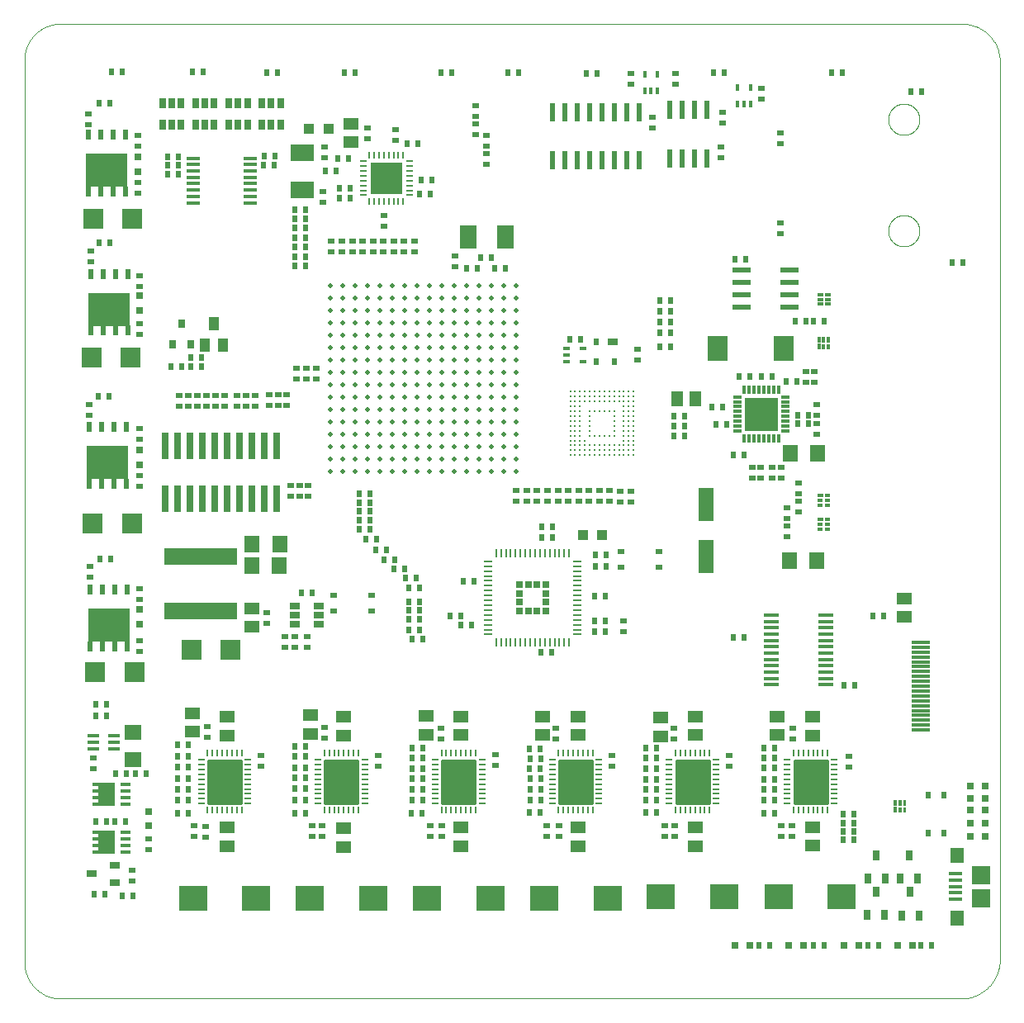
<source format=gtp>
G75*
%MOIN*%
%OFA0B0*%
%FSLAX25Y25*%
%IPPOS*%
%LPD*%
%AMOC8*
5,1,8,0,0,1.08239X$1,22.5*
%
%ADD10C,0.00000*%
%ADD11R,0.03150X0.03150*%
%ADD12R,0.02756X0.02362*%
%ADD13R,0.02362X0.02756*%
%ADD14R,0.07874X0.07874*%
%ADD15R,0.01969X0.04331*%
%ADD16R,0.16929X0.13780*%
%ADD17R,0.02200X0.07800*%
%ADD18R,0.01575X0.02756*%
%ADD19R,0.02756X0.03937*%
%ADD20R,0.05906X0.05118*%
%ADD21R,0.06299X0.07087*%
%ADD22R,0.29528X0.07087*%
%ADD23R,0.11811X0.09843*%
%ADD24R,0.07480X0.01181*%
%ADD25R,0.02717X0.00945*%
%ADD26R,0.00945X0.02717*%
%ADD27R,0.12598X0.12598*%
%ADD28C,0.01181*%
%ADD29R,0.05118X0.05906*%
%ADD30R,0.07087X0.09449*%
%ADD31R,0.07874X0.09843*%
%ADD32R,0.03937X0.03937*%
%ADD33R,0.02756X0.02756*%
%ADD34R,0.03543X0.01142*%
%ADD35R,0.01142X0.03543*%
%ADD36C,0.01969*%
%ADD37R,0.02756X0.00984*%
%ADD38R,0.00984X0.02756*%
%ADD39C,0.00850*%
%ADD40R,0.05315X0.01575*%
%ADD41R,0.05512X0.06299*%
%ADD42R,0.07480X0.07480*%
%ADD43R,0.03937X0.02756*%
%ADD44R,0.03200X0.01200*%
%ADD45R,0.01200X0.03200*%
%ADD46R,0.13200X0.13200*%
%ADD47R,0.03937X0.05512*%
%ADD48R,0.03150X0.03543*%
%ADD49R,0.02800X0.11000*%
%ADD50R,0.09449X0.07087*%
%ADD51R,0.07098X0.06299*%
%ADD52R,0.03898X0.01594*%
%ADD53R,0.06791X0.09252*%
%ADD54R,0.06299X0.01181*%
%ADD55R,0.07800X0.02200*%
%ADD56C,0.00100*%
%ADD57R,0.05800X0.01400*%
%ADD58R,0.04600X0.01400*%
%ADD59R,0.06299X0.13780*%
%ADD60R,0.02756X0.01575*%
%ADD61R,0.02362X0.03150*%
%ADD62R,0.03150X0.02362*%
D10*
X0040190Y0042303D02*
X0404363Y0042303D01*
X0404744Y0042308D01*
X0405124Y0042321D01*
X0405504Y0042344D01*
X0405883Y0042377D01*
X0406261Y0042418D01*
X0406638Y0042468D01*
X0407014Y0042528D01*
X0407389Y0042596D01*
X0407761Y0042674D01*
X0408132Y0042761D01*
X0408500Y0042856D01*
X0408866Y0042961D01*
X0409229Y0043074D01*
X0409590Y0043196D01*
X0409947Y0043326D01*
X0410301Y0043466D01*
X0410652Y0043613D01*
X0410999Y0043770D01*
X0411342Y0043934D01*
X0411681Y0044107D01*
X0412016Y0044288D01*
X0412347Y0044477D01*
X0412672Y0044674D01*
X0412993Y0044878D01*
X0413309Y0045091D01*
X0413619Y0045311D01*
X0413925Y0045538D01*
X0414224Y0045773D01*
X0414518Y0046015D01*
X0414806Y0046263D01*
X0415088Y0046519D01*
X0415363Y0046782D01*
X0415632Y0047051D01*
X0415895Y0047326D01*
X0416151Y0047608D01*
X0416399Y0047896D01*
X0416641Y0048190D01*
X0416876Y0048489D01*
X0417103Y0048795D01*
X0417323Y0049105D01*
X0417536Y0049421D01*
X0417740Y0049742D01*
X0417937Y0050067D01*
X0418126Y0050398D01*
X0418307Y0050733D01*
X0418480Y0051072D01*
X0418644Y0051415D01*
X0418801Y0051762D01*
X0418948Y0052113D01*
X0419088Y0052467D01*
X0419218Y0052824D01*
X0419340Y0053185D01*
X0419453Y0053548D01*
X0419558Y0053914D01*
X0419653Y0054282D01*
X0419740Y0054653D01*
X0419818Y0055025D01*
X0419886Y0055400D01*
X0419946Y0055776D01*
X0419996Y0056153D01*
X0420037Y0056531D01*
X0420070Y0056910D01*
X0420093Y0057290D01*
X0420106Y0057670D01*
X0420111Y0058051D01*
X0420111Y0420256D01*
X0420112Y0420256D02*
X0420117Y0420623D01*
X0420113Y0420989D01*
X0420101Y0421355D01*
X0420079Y0421721D01*
X0420049Y0422086D01*
X0420010Y0422451D01*
X0419962Y0422814D01*
X0419905Y0423176D01*
X0419840Y0423536D01*
X0419766Y0423895D01*
X0419683Y0424252D01*
X0419592Y0424607D01*
X0419492Y0424960D01*
X0419383Y0425310D01*
X0419266Y0425657D01*
X0419141Y0426001D01*
X0419008Y0426343D01*
X0418866Y0426681D01*
X0418716Y0427015D01*
X0418559Y0427346D01*
X0418393Y0427672D01*
X0418219Y0427995D01*
X0418038Y0428313D01*
X0417849Y0428627D01*
X0417652Y0428937D01*
X0417448Y0429241D01*
X0417237Y0429540D01*
X0417019Y0429835D01*
X0416793Y0430124D01*
X0416561Y0430407D01*
X0416322Y0430684D01*
X0416076Y0430956D01*
X0415824Y0431222D01*
X0415565Y0431482D01*
X0415300Y0431735D01*
X0415029Y0431982D01*
X0414753Y0432222D01*
X0414470Y0432455D01*
X0414182Y0432682D01*
X0413889Y0432901D01*
X0413590Y0433113D01*
X0413286Y0433318D01*
X0412978Y0433516D01*
X0412665Y0433706D01*
X0412347Y0433889D01*
X0412025Y0434063D01*
X0411699Y0434230D01*
X0411368Y0434389D01*
X0411035Y0434540D01*
X0410697Y0434683D01*
X0410356Y0434818D01*
X0410012Y0434944D01*
X0409666Y0435062D01*
X0409316Y0435172D01*
X0408964Y0435273D01*
X0408609Y0435366D01*
X0408253Y0435450D01*
X0407894Y0435525D01*
X0407534Y0435592D01*
X0407172Y0435650D01*
X0406809Y0435699D01*
X0406445Y0435740D01*
X0406080Y0435771D01*
X0405714Y0435794D01*
X0405348Y0435808D01*
X0405347Y0435807D02*
X0039993Y0435807D01*
X0039641Y0435779D01*
X0039290Y0435742D01*
X0038940Y0435697D01*
X0038591Y0435644D01*
X0038244Y0435582D01*
X0037898Y0435512D01*
X0037554Y0435433D01*
X0037212Y0435346D01*
X0036873Y0435251D01*
X0036535Y0435148D01*
X0036201Y0435037D01*
X0035869Y0434917D01*
X0035540Y0434790D01*
X0035214Y0434654D01*
X0034891Y0434511D01*
X0034572Y0434360D01*
X0034257Y0434202D01*
X0033946Y0434035D01*
X0033639Y0433862D01*
X0033336Y0433681D01*
X0033038Y0433493D01*
X0032744Y0433297D01*
X0032455Y0433095D01*
X0032171Y0432885D01*
X0031892Y0432669D01*
X0031619Y0432446D01*
X0031351Y0432217D01*
X0031088Y0431981D01*
X0030831Y0431739D01*
X0030581Y0431491D01*
X0030336Y0431237D01*
X0030098Y0430976D01*
X0029866Y0430711D01*
X0029640Y0430439D01*
X0029421Y0430163D01*
X0029209Y0429881D01*
X0029003Y0429594D01*
X0028805Y0429302D01*
X0028614Y0429006D01*
X0028430Y0428705D01*
X0028253Y0428399D01*
X0028084Y0428090D01*
X0027922Y0427776D01*
X0027768Y0427459D01*
X0027621Y0427138D01*
X0027483Y0426814D01*
X0027352Y0426486D01*
X0027229Y0426155D01*
X0027114Y0425821D01*
X0027008Y0425485D01*
X0026909Y0425146D01*
X0026819Y0424805D01*
X0026737Y0424462D01*
X0026663Y0424117D01*
X0026598Y0423770D01*
X0026541Y0423422D01*
X0026492Y0423073D01*
X0026452Y0422722D01*
X0026421Y0422371D01*
X0026398Y0422019D01*
X0026383Y0421666D01*
X0026377Y0421313D01*
X0026380Y0420961D01*
X0026391Y0420608D01*
X0026410Y0420256D01*
X0026410Y0058051D01*
X0026390Y0057694D01*
X0026379Y0057337D01*
X0026377Y0056979D01*
X0026384Y0056622D01*
X0026399Y0056264D01*
X0026422Y0055908D01*
X0026455Y0055552D01*
X0026496Y0055196D01*
X0026545Y0054842D01*
X0026603Y0054489D01*
X0026670Y0054138D01*
X0026745Y0053788D01*
X0026828Y0053441D01*
X0026920Y0053095D01*
X0027020Y0052752D01*
X0027129Y0052411D01*
X0027245Y0052073D01*
X0027370Y0051738D01*
X0027503Y0051406D01*
X0027644Y0051077D01*
X0027792Y0050752D01*
X0027949Y0050431D01*
X0028113Y0050113D01*
X0028285Y0049799D01*
X0028464Y0049490D01*
X0028651Y0049185D01*
X0028845Y0048885D01*
X0029046Y0048589D01*
X0029255Y0048299D01*
X0029470Y0048013D01*
X0029692Y0047733D01*
X0029921Y0047458D01*
X0030157Y0047189D01*
X0030399Y0046926D01*
X0030647Y0046669D01*
X0030901Y0046417D01*
X0031161Y0046172D01*
X0031428Y0045933D01*
X0031700Y0045701D01*
X0031977Y0045475D01*
X0032260Y0045257D01*
X0032548Y0045045D01*
X0032841Y0044840D01*
X0033139Y0044642D01*
X0033441Y0044451D01*
X0033748Y0044268D01*
X0034060Y0044092D01*
X0034375Y0043924D01*
X0034695Y0043764D01*
X0035018Y0043611D01*
X0035345Y0043466D01*
X0035675Y0043330D01*
X0036009Y0043201D01*
X0036346Y0043080D01*
X0036685Y0042967D01*
X0037027Y0042863D01*
X0037371Y0042767D01*
X0037718Y0042679D01*
X0038067Y0042600D01*
X0038417Y0042529D01*
X0038769Y0042467D01*
X0039123Y0042413D01*
X0039478Y0042368D01*
X0039833Y0042331D01*
X0040190Y0042303D01*
X0375072Y0352264D02*
X0375074Y0352422D01*
X0375080Y0352580D01*
X0375090Y0352738D01*
X0375104Y0352896D01*
X0375122Y0353053D01*
X0375143Y0353210D01*
X0375169Y0353366D01*
X0375199Y0353522D01*
X0375232Y0353677D01*
X0375270Y0353830D01*
X0375311Y0353983D01*
X0375356Y0354135D01*
X0375405Y0354286D01*
X0375458Y0354435D01*
X0375514Y0354583D01*
X0375574Y0354729D01*
X0375638Y0354874D01*
X0375706Y0355017D01*
X0375777Y0355159D01*
X0375851Y0355299D01*
X0375929Y0355436D01*
X0376011Y0355572D01*
X0376095Y0355706D01*
X0376184Y0355837D01*
X0376275Y0355966D01*
X0376370Y0356093D01*
X0376467Y0356218D01*
X0376568Y0356340D01*
X0376672Y0356459D01*
X0376779Y0356576D01*
X0376889Y0356690D01*
X0377002Y0356801D01*
X0377117Y0356910D01*
X0377235Y0357015D01*
X0377356Y0357117D01*
X0377479Y0357217D01*
X0377605Y0357313D01*
X0377733Y0357406D01*
X0377863Y0357496D01*
X0377996Y0357582D01*
X0378131Y0357666D01*
X0378267Y0357745D01*
X0378406Y0357822D01*
X0378547Y0357894D01*
X0378689Y0357964D01*
X0378833Y0358029D01*
X0378979Y0358091D01*
X0379126Y0358149D01*
X0379275Y0358204D01*
X0379425Y0358255D01*
X0379576Y0358302D01*
X0379728Y0358345D01*
X0379881Y0358384D01*
X0380036Y0358420D01*
X0380191Y0358451D01*
X0380347Y0358479D01*
X0380503Y0358503D01*
X0380660Y0358523D01*
X0380818Y0358539D01*
X0380975Y0358551D01*
X0381134Y0358559D01*
X0381292Y0358563D01*
X0381450Y0358563D01*
X0381608Y0358559D01*
X0381767Y0358551D01*
X0381924Y0358539D01*
X0382082Y0358523D01*
X0382239Y0358503D01*
X0382395Y0358479D01*
X0382551Y0358451D01*
X0382706Y0358420D01*
X0382861Y0358384D01*
X0383014Y0358345D01*
X0383166Y0358302D01*
X0383317Y0358255D01*
X0383467Y0358204D01*
X0383616Y0358149D01*
X0383763Y0358091D01*
X0383909Y0358029D01*
X0384053Y0357964D01*
X0384195Y0357894D01*
X0384336Y0357822D01*
X0384475Y0357745D01*
X0384611Y0357666D01*
X0384746Y0357582D01*
X0384879Y0357496D01*
X0385009Y0357406D01*
X0385137Y0357313D01*
X0385263Y0357217D01*
X0385386Y0357117D01*
X0385507Y0357015D01*
X0385625Y0356910D01*
X0385740Y0356801D01*
X0385853Y0356690D01*
X0385963Y0356576D01*
X0386070Y0356459D01*
X0386174Y0356340D01*
X0386275Y0356218D01*
X0386372Y0356093D01*
X0386467Y0355966D01*
X0386558Y0355837D01*
X0386647Y0355706D01*
X0386731Y0355572D01*
X0386813Y0355436D01*
X0386891Y0355299D01*
X0386965Y0355159D01*
X0387036Y0355017D01*
X0387104Y0354874D01*
X0387168Y0354729D01*
X0387228Y0354583D01*
X0387284Y0354435D01*
X0387337Y0354286D01*
X0387386Y0354135D01*
X0387431Y0353983D01*
X0387472Y0353830D01*
X0387510Y0353677D01*
X0387543Y0353522D01*
X0387573Y0353366D01*
X0387599Y0353210D01*
X0387620Y0353053D01*
X0387638Y0352896D01*
X0387652Y0352738D01*
X0387662Y0352580D01*
X0387668Y0352422D01*
X0387670Y0352264D01*
X0387668Y0352106D01*
X0387662Y0351948D01*
X0387652Y0351790D01*
X0387638Y0351632D01*
X0387620Y0351475D01*
X0387599Y0351318D01*
X0387573Y0351162D01*
X0387543Y0351006D01*
X0387510Y0350851D01*
X0387472Y0350698D01*
X0387431Y0350545D01*
X0387386Y0350393D01*
X0387337Y0350242D01*
X0387284Y0350093D01*
X0387228Y0349945D01*
X0387168Y0349799D01*
X0387104Y0349654D01*
X0387036Y0349511D01*
X0386965Y0349369D01*
X0386891Y0349229D01*
X0386813Y0349092D01*
X0386731Y0348956D01*
X0386647Y0348822D01*
X0386558Y0348691D01*
X0386467Y0348562D01*
X0386372Y0348435D01*
X0386275Y0348310D01*
X0386174Y0348188D01*
X0386070Y0348069D01*
X0385963Y0347952D01*
X0385853Y0347838D01*
X0385740Y0347727D01*
X0385625Y0347618D01*
X0385507Y0347513D01*
X0385386Y0347411D01*
X0385263Y0347311D01*
X0385137Y0347215D01*
X0385009Y0347122D01*
X0384879Y0347032D01*
X0384746Y0346946D01*
X0384611Y0346862D01*
X0384475Y0346783D01*
X0384336Y0346706D01*
X0384195Y0346634D01*
X0384053Y0346564D01*
X0383909Y0346499D01*
X0383763Y0346437D01*
X0383616Y0346379D01*
X0383467Y0346324D01*
X0383317Y0346273D01*
X0383166Y0346226D01*
X0383014Y0346183D01*
X0382861Y0346144D01*
X0382706Y0346108D01*
X0382551Y0346077D01*
X0382395Y0346049D01*
X0382239Y0346025D01*
X0382082Y0346005D01*
X0381924Y0345989D01*
X0381767Y0345977D01*
X0381608Y0345969D01*
X0381450Y0345965D01*
X0381292Y0345965D01*
X0381134Y0345969D01*
X0380975Y0345977D01*
X0380818Y0345989D01*
X0380660Y0346005D01*
X0380503Y0346025D01*
X0380347Y0346049D01*
X0380191Y0346077D01*
X0380036Y0346108D01*
X0379881Y0346144D01*
X0379728Y0346183D01*
X0379576Y0346226D01*
X0379425Y0346273D01*
X0379275Y0346324D01*
X0379126Y0346379D01*
X0378979Y0346437D01*
X0378833Y0346499D01*
X0378689Y0346564D01*
X0378547Y0346634D01*
X0378406Y0346706D01*
X0378267Y0346783D01*
X0378131Y0346862D01*
X0377996Y0346946D01*
X0377863Y0347032D01*
X0377733Y0347122D01*
X0377605Y0347215D01*
X0377479Y0347311D01*
X0377356Y0347411D01*
X0377235Y0347513D01*
X0377117Y0347618D01*
X0377002Y0347727D01*
X0376889Y0347838D01*
X0376779Y0347952D01*
X0376672Y0348069D01*
X0376568Y0348188D01*
X0376467Y0348310D01*
X0376370Y0348435D01*
X0376275Y0348562D01*
X0376184Y0348691D01*
X0376095Y0348822D01*
X0376011Y0348956D01*
X0375929Y0349092D01*
X0375851Y0349229D01*
X0375777Y0349369D01*
X0375706Y0349511D01*
X0375638Y0349654D01*
X0375574Y0349799D01*
X0375514Y0349945D01*
X0375458Y0350093D01*
X0375405Y0350242D01*
X0375356Y0350393D01*
X0375311Y0350545D01*
X0375270Y0350698D01*
X0375232Y0350851D01*
X0375199Y0351006D01*
X0375169Y0351162D01*
X0375143Y0351318D01*
X0375122Y0351475D01*
X0375104Y0351632D01*
X0375090Y0351790D01*
X0375080Y0351948D01*
X0375074Y0352106D01*
X0375072Y0352264D01*
X0375072Y0397264D02*
X0375074Y0397422D01*
X0375080Y0397580D01*
X0375090Y0397738D01*
X0375104Y0397896D01*
X0375122Y0398053D01*
X0375143Y0398210D01*
X0375169Y0398366D01*
X0375199Y0398522D01*
X0375232Y0398677D01*
X0375270Y0398830D01*
X0375311Y0398983D01*
X0375356Y0399135D01*
X0375405Y0399286D01*
X0375458Y0399435D01*
X0375514Y0399583D01*
X0375574Y0399729D01*
X0375638Y0399874D01*
X0375706Y0400017D01*
X0375777Y0400159D01*
X0375851Y0400299D01*
X0375929Y0400436D01*
X0376011Y0400572D01*
X0376095Y0400706D01*
X0376184Y0400837D01*
X0376275Y0400966D01*
X0376370Y0401093D01*
X0376467Y0401218D01*
X0376568Y0401340D01*
X0376672Y0401459D01*
X0376779Y0401576D01*
X0376889Y0401690D01*
X0377002Y0401801D01*
X0377117Y0401910D01*
X0377235Y0402015D01*
X0377356Y0402117D01*
X0377479Y0402217D01*
X0377605Y0402313D01*
X0377733Y0402406D01*
X0377863Y0402496D01*
X0377996Y0402582D01*
X0378131Y0402666D01*
X0378267Y0402745D01*
X0378406Y0402822D01*
X0378547Y0402894D01*
X0378689Y0402964D01*
X0378833Y0403029D01*
X0378979Y0403091D01*
X0379126Y0403149D01*
X0379275Y0403204D01*
X0379425Y0403255D01*
X0379576Y0403302D01*
X0379728Y0403345D01*
X0379881Y0403384D01*
X0380036Y0403420D01*
X0380191Y0403451D01*
X0380347Y0403479D01*
X0380503Y0403503D01*
X0380660Y0403523D01*
X0380818Y0403539D01*
X0380975Y0403551D01*
X0381134Y0403559D01*
X0381292Y0403563D01*
X0381450Y0403563D01*
X0381608Y0403559D01*
X0381767Y0403551D01*
X0381924Y0403539D01*
X0382082Y0403523D01*
X0382239Y0403503D01*
X0382395Y0403479D01*
X0382551Y0403451D01*
X0382706Y0403420D01*
X0382861Y0403384D01*
X0383014Y0403345D01*
X0383166Y0403302D01*
X0383317Y0403255D01*
X0383467Y0403204D01*
X0383616Y0403149D01*
X0383763Y0403091D01*
X0383909Y0403029D01*
X0384053Y0402964D01*
X0384195Y0402894D01*
X0384336Y0402822D01*
X0384475Y0402745D01*
X0384611Y0402666D01*
X0384746Y0402582D01*
X0384879Y0402496D01*
X0385009Y0402406D01*
X0385137Y0402313D01*
X0385263Y0402217D01*
X0385386Y0402117D01*
X0385507Y0402015D01*
X0385625Y0401910D01*
X0385740Y0401801D01*
X0385853Y0401690D01*
X0385963Y0401576D01*
X0386070Y0401459D01*
X0386174Y0401340D01*
X0386275Y0401218D01*
X0386372Y0401093D01*
X0386467Y0400966D01*
X0386558Y0400837D01*
X0386647Y0400706D01*
X0386731Y0400572D01*
X0386813Y0400436D01*
X0386891Y0400299D01*
X0386965Y0400159D01*
X0387036Y0400017D01*
X0387104Y0399874D01*
X0387168Y0399729D01*
X0387228Y0399583D01*
X0387284Y0399435D01*
X0387337Y0399286D01*
X0387386Y0399135D01*
X0387431Y0398983D01*
X0387472Y0398830D01*
X0387510Y0398677D01*
X0387543Y0398522D01*
X0387573Y0398366D01*
X0387599Y0398210D01*
X0387620Y0398053D01*
X0387638Y0397896D01*
X0387652Y0397738D01*
X0387662Y0397580D01*
X0387668Y0397422D01*
X0387670Y0397264D01*
X0387668Y0397106D01*
X0387662Y0396948D01*
X0387652Y0396790D01*
X0387638Y0396632D01*
X0387620Y0396475D01*
X0387599Y0396318D01*
X0387573Y0396162D01*
X0387543Y0396006D01*
X0387510Y0395851D01*
X0387472Y0395698D01*
X0387431Y0395545D01*
X0387386Y0395393D01*
X0387337Y0395242D01*
X0387284Y0395093D01*
X0387228Y0394945D01*
X0387168Y0394799D01*
X0387104Y0394654D01*
X0387036Y0394511D01*
X0386965Y0394369D01*
X0386891Y0394229D01*
X0386813Y0394092D01*
X0386731Y0393956D01*
X0386647Y0393822D01*
X0386558Y0393691D01*
X0386467Y0393562D01*
X0386372Y0393435D01*
X0386275Y0393310D01*
X0386174Y0393188D01*
X0386070Y0393069D01*
X0385963Y0392952D01*
X0385853Y0392838D01*
X0385740Y0392727D01*
X0385625Y0392618D01*
X0385507Y0392513D01*
X0385386Y0392411D01*
X0385263Y0392311D01*
X0385137Y0392215D01*
X0385009Y0392122D01*
X0384879Y0392032D01*
X0384746Y0391946D01*
X0384611Y0391862D01*
X0384475Y0391783D01*
X0384336Y0391706D01*
X0384195Y0391634D01*
X0384053Y0391564D01*
X0383909Y0391499D01*
X0383763Y0391437D01*
X0383616Y0391379D01*
X0383467Y0391324D01*
X0383317Y0391273D01*
X0383166Y0391226D01*
X0383014Y0391183D01*
X0382861Y0391144D01*
X0382706Y0391108D01*
X0382551Y0391077D01*
X0382395Y0391049D01*
X0382239Y0391025D01*
X0382082Y0391005D01*
X0381924Y0390989D01*
X0381767Y0390977D01*
X0381608Y0390969D01*
X0381450Y0390965D01*
X0381292Y0390965D01*
X0381134Y0390969D01*
X0380975Y0390977D01*
X0380818Y0390989D01*
X0380660Y0391005D01*
X0380503Y0391025D01*
X0380347Y0391049D01*
X0380191Y0391077D01*
X0380036Y0391108D01*
X0379881Y0391144D01*
X0379728Y0391183D01*
X0379576Y0391226D01*
X0379425Y0391273D01*
X0379275Y0391324D01*
X0379126Y0391379D01*
X0378979Y0391437D01*
X0378833Y0391499D01*
X0378689Y0391564D01*
X0378547Y0391634D01*
X0378406Y0391706D01*
X0378267Y0391783D01*
X0378131Y0391862D01*
X0377996Y0391946D01*
X0377863Y0392032D01*
X0377733Y0392122D01*
X0377605Y0392215D01*
X0377479Y0392311D01*
X0377356Y0392411D01*
X0377235Y0392513D01*
X0377117Y0392618D01*
X0377002Y0392727D01*
X0376889Y0392838D01*
X0376779Y0392952D01*
X0376672Y0393069D01*
X0376568Y0393188D01*
X0376467Y0393310D01*
X0376370Y0393435D01*
X0376275Y0393562D01*
X0376184Y0393691D01*
X0376095Y0393822D01*
X0376011Y0393956D01*
X0375929Y0394092D01*
X0375851Y0394229D01*
X0375777Y0394369D01*
X0375706Y0394511D01*
X0375638Y0394654D01*
X0375574Y0394799D01*
X0375514Y0394945D01*
X0375458Y0395093D01*
X0375405Y0395242D01*
X0375356Y0395393D01*
X0375311Y0395545D01*
X0375270Y0395698D01*
X0375232Y0395851D01*
X0375199Y0396006D01*
X0375169Y0396162D01*
X0375143Y0396318D01*
X0375122Y0396475D01*
X0375104Y0396632D01*
X0375090Y0396790D01*
X0375080Y0396948D01*
X0375074Y0397106D01*
X0375072Y0397264D01*
D11*
X0408241Y0128287D03*
X0408221Y0123287D03*
X0408221Y0118465D03*
X0408241Y0113248D03*
X0408221Y0107894D03*
X0414127Y0107894D03*
X0414146Y0113248D03*
X0414127Y0118465D03*
X0414127Y0123287D03*
X0414146Y0128287D03*
X0384855Y0063780D03*
X0378950Y0063780D03*
X0363143Y0063780D03*
X0357237Y0063780D03*
X0340918Y0063780D03*
X0335013Y0063780D03*
X0319225Y0063780D03*
X0313320Y0063780D03*
X0076607Y0111988D03*
X0076607Y0117894D03*
X0072965Y0193583D03*
X0072965Y0199488D03*
X0072769Y0257756D03*
X0072769Y0263661D03*
X0072867Y0320059D03*
X0072867Y0325965D03*
X0072080Y0376260D03*
X0072080Y0382165D03*
D12*
X0072080Y0386299D03*
X0072080Y0390630D03*
X0052198Y0395059D03*
X0052198Y0399390D03*
X0072080Y0371831D03*
X0072080Y0367500D03*
X0053182Y0344272D03*
X0053182Y0339941D03*
X0072769Y0334232D03*
X0072769Y0329902D03*
X0072867Y0314941D03*
X0072867Y0310610D03*
X0088950Y0285768D03*
X0092552Y0285728D03*
X0096213Y0285728D03*
X0099954Y0285728D03*
X0103576Y0285689D03*
X0107139Y0285669D03*
X0107139Y0281339D03*
X0103576Y0281358D03*
X0099954Y0281398D03*
X0096213Y0281398D03*
X0092552Y0281398D03*
X0088950Y0281437D03*
X0072867Y0272323D03*
X0072867Y0267992D03*
X0072769Y0253425D03*
X0072769Y0249094D03*
X0052394Y0277736D03*
X0052394Y0282067D03*
X0112257Y0281516D03*
X0115780Y0281476D03*
X0119442Y0281516D03*
X0119442Y0285846D03*
X0115780Y0285807D03*
X0112257Y0285846D03*
X0125229Y0286004D03*
X0128792Y0285984D03*
X0132335Y0286043D03*
X0132335Y0281713D03*
X0128792Y0281654D03*
X0125229Y0281673D03*
X0136154Y0292500D03*
X0140190Y0292500D03*
X0144127Y0292500D03*
X0144127Y0296831D03*
X0140190Y0296831D03*
X0136154Y0296831D03*
X0137434Y0249587D03*
X0140977Y0249587D03*
X0140977Y0245256D03*
X0137434Y0245256D03*
X0133891Y0245256D03*
X0133891Y0249587D03*
X0124048Y0198209D03*
X0124048Y0193878D03*
X0131528Y0188563D03*
X0135367Y0188563D03*
X0135367Y0184232D03*
X0131528Y0184232D03*
X0140485Y0184232D03*
X0140485Y0188563D03*
X0147513Y0151772D03*
X0147513Y0147441D03*
X0169127Y0140531D03*
X0169127Y0136201D03*
X0194383Y0147185D03*
X0194383Y0151516D03*
X0216528Y0140728D03*
X0216528Y0136398D03*
X0240918Y0146988D03*
X0240918Y0151319D03*
X0263654Y0140531D03*
X0263654Y0136201D03*
X0288379Y0146988D03*
X0288379Y0151319D03*
X0310977Y0140335D03*
X0310977Y0136004D03*
X0336607Y0146988D03*
X0336607Y0151319D03*
X0359068Y0140138D03*
X0359068Y0135807D03*
X0336312Y0112146D03*
X0336312Y0107815D03*
X0331883Y0107815D03*
X0331883Y0112146D03*
X0288871Y0112146D03*
X0284737Y0112146D03*
X0284737Y0107815D03*
X0288871Y0107815D03*
X0242099Y0107815D03*
X0242099Y0112146D03*
X0237296Y0112224D03*
X0237296Y0107894D03*
X0194973Y0107815D03*
X0194973Y0112146D03*
X0190249Y0112146D03*
X0190249Y0107815D03*
X0146666Y0107815D03*
X0142454Y0107815D03*
X0142454Y0112146D03*
X0146666Y0112146D03*
X0122001Y0136161D03*
X0122001Y0140492D03*
X0100072Y0147894D03*
X0100072Y0152224D03*
X0072906Y0182579D03*
X0072906Y0186909D03*
X0072965Y0203622D03*
X0072965Y0207953D03*
X0052985Y0212382D03*
X0052985Y0216713D03*
X0054166Y0139350D03*
X0054166Y0135020D03*
X0076607Y0106673D03*
X0076607Y0102343D03*
X0069717Y0094272D03*
X0069717Y0089941D03*
X0094835Y0107815D03*
X0094835Y0112146D03*
X0099442Y0111870D03*
X0099442Y0107539D03*
X0224993Y0242992D03*
X0229225Y0242992D03*
X0233359Y0242992D03*
X0237493Y0242992D03*
X0241725Y0242992D03*
X0245957Y0242992D03*
X0250091Y0242992D03*
X0254324Y0242992D03*
X0258457Y0242992D03*
X0262670Y0242992D03*
X0266804Y0242933D03*
X0271095Y0242953D03*
X0271095Y0247283D03*
X0266804Y0247264D03*
X0262670Y0247323D03*
X0258457Y0247323D03*
X0254324Y0247323D03*
X0250091Y0247323D03*
X0245957Y0247323D03*
X0241725Y0247323D03*
X0237493Y0247323D03*
X0233359Y0247323D03*
X0229225Y0247323D03*
X0224993Y0247323D03*
X0268044Y0194862D03*
X0268044Y0190531D03*
X0334087Y0228917D03*
X0334087Y0233248D03*
X0334087Y0236201D03*
X0334087Y0240531D03*
X0338812Y0238760D03*
X0338812Y0243091D03*
X0338812Y0246240D03*
X0338812Y0250571D03*
X0331725Y0252343D03*
X0328182Y0252343D03*
X0328182Y0256673D03*
X0331725Y0256673D03*
X0323654Y0256673D03*
X0320111Y0256673D03*
X0320111Y0252343D03*
X0323654Y0252343D03*
X0346095Y0270256D03*
X0346095Y0274587D03*
X0346095Y0277736D03*
X0346095Y0282067D03*
X0345111Y0291122D03*
X0341765Y0291122D03*
X0341765Y0295453D03*
X0345111Y0295453D03*
X0331607Y0351102D03*
X0331607Y0355433D03*
X0307513Y0381673D03*
X0307513Y0386004D03*
X0308300Y0395846D03*
X0308300Y0400177D03*
X0323753Y0405551D03*
X0323753Y0409882D03*
X0331568Y0391791D03*
X0331568Y0387461D03*
X0289225Y0411437D03*
X0289225Y0415768D03*
X0271331Y0415768D03*
X0271331Y0411437D03*
X0279954Y0398189D03*
X0279954Y0393858D03*
X0212847Y0390650D03*
X0208654Y0391004D03*
X0208654Y0395335D03*
X0208654Y0398307D03*
X0208654Y0402638D03*
X0212847Y0386319D03*
X0212847Y0383346D03*
X0212847Y0379016D03*
X0183851Y0348012D03*
X0179658Y0348012D03*
X0175544Y0348012D03*
X0171312Y0348012D03*
X0167099Y0348012D03*
X0162906Y0348012D03*
X0158772Y0348012D03*
X0154501Y0348012D03*
X0150308Y0348012D03*
X0150308Y0343681D03*
X0154501Y0343681D03*
X0158772Y0343681D03*
X0162906Y0343681D03*
X0167099Y0343681D03*
X0171312Y0343681D03*
X0175544Y0343681D03*
X0179658Y0343681D03*
X0183851Y0343681D03*
X0171646Y0354252D03*
X0171646Y0358583D03*
X0146922Y0363799D03*
X0146922Y0368130D03*
X0147611Y0381673D03*
X0147611Y0386004D03*
X0164717Y0389311D03*
X0164717Y0393642D03*
X0176292Y0393209D03*
X0176292Y0388878D03*
X0200131Y0342067D03*
X0200131Y0337736D03*
X0273851Y0304311D03*
X0273851Y0299980D03*
D13*
X0282709Y0305433D03*
X0287040Y0305433D03*
X0287099Y0311280D03*
X0287099Y0315413D03*
X0282769Y0315413D03*
X0282769Y0311280D03*
X0282847Y0319843D03*
X0282828Y0324075D03*
X0287158Y0324075D03*
X0287178Y0319843D03*
X0264599Y0299587D03*
X0257119Y0299587D03*
X0257119Y0307461D03*
X0251017Y0308445D03*
X0246686Y0308445D03*
X0220544Y0337067D03*
X0216213Y0337067D03*
X0214875Y0341398D03*
X0210544Y0341398D03*
X0209087Y0337165D03*
X0204757Y0337165D03*
X0190347Y0367106D03*
X0186017Y0367106D03*
X0186646Y0372697D03*
X0190977Y0372697D03*
X0185269Y0387559D03*
X0180938Y0387559D03*
X0157119Y0381614D03*
X0152788Y0381614D03*
X0152237Y0376437D03*
X0147906Y0376437D03*
X0153536Y0369331D03*
X0153576Y0365335D03*
X0157906Y0365335D03*
X0157867Y0369331D03*
X0139796Y0360807D03*
X0139796Y0357067D03*
X0139796Y0353327D03*
X0139796Y0349587D03*
X0139796Y0345846D03*
X0139796Y0341909D03*
X0139796Y0337972D03*
X0135465Y0337972D03*
X0135465Y0341909D03*
X0135465Y0345846D03*
X0135465Y0349587D03*
X0135465Y0353327D03*
X0135465Y0357067D03*
X0135465Y0360807D03*
X0127355Y0378839D03*
X0127394Y0382461D03*
X0123064Y0382461D03*
X0123024Y0378839D03*
X0088418Y0378917D03*
X0088418Y0382264D03*
X0084087Y0382264D03*
X0084087Y0378917D03*
X0084087Y0374980D03*
X0088418Y0374980D03*
X0060957Y0347323D03*
X0056627Y0347323D03*
X0093536Y0301161D03*
X0093536Y0297421D03*
X0089993Y0297421D03*
X0085662Y0297421D03*
X0097867Y0297421D03*
X0097867Y0301161D03*
X0060662Y0285512D03*
X0056331Y0285512D03*
X0057020Y0219764D03*
X0061351Y0219764D03*
X0059481Y0161004D03*
X0055150Y0161004D03*
X0055150Y0156476D03*
X0059481Y0156476D03*
X0063221Y0133051D03*
X0067552Y0133051D03*
X0071095Y0133051D03*
X0075426Y0133051D03*
X0088261Y0131280D03*
X0092591Y0131280D03*
X0092591Y0126831D03*
X0088261Y0126831D03*
X0088261Y0122421D03*
X0092591Y0122421D03*
X0092591Y0116988D03*
X0088261Y0116988D03*
X0088300Y0135807D03*
X0092631Y0135807D03*
X0092631Y0140217D03*
X0088300Y0140217D03*
X0088221Y0144665D03*
X0092552Y0144665D03*
X0067158Y0113957D03*
X0062828Y0113957D03*
X0059481Y0113957D03*
X0055150Y0113957D03*
X0054560Y0084429D03*
X0058891Y0084429D03*
X0065780Y0083839D03*
X0070111Y0083839D03*
X0135623Y0117146D03*
X0139954Y0117146D03*
X0139855Y0122579D03*
X0135524Y0122579D03*
X0135583Y0127008D03*
X0135583Y0131299D03*
X0135603Y0135571D03*
X0139934Y0135571D03*
X0139914Y0131299D03*
X0139914Y0127008D03*
X0139914Y0140079D03*
X0139993Y0144075D03*
X0135662Y0144075D03*
X0135583Y0140079D03*
X0182769Y0139390D03*
X0182828Y0135197D03*
X0182867Y0131024D03*
X0182946Y0126890D03*
X0187276Y0126890D03*
X0187198Y0131024D03*
X0187158Y0135197D03*
X0187099Y0139390D03*
X0187080Y0143622D03*
X0182749Y0143622D03*
X0182769Y0122461D03*
X0187099Y0122461D03*
X0187001Y0117264D03*
X0182670Y0117264D03*
X0230111Y0117362D03*
X0234442Y0117362D03*
X0234737Y0122461D03*
X0230406Y0122461D03*
X0230387Y0126890D03*
X0230387Y0131024D03*
X0230347Y0135118D03*
X0230406Y0139193D03*
X0230190Y0143228D03*
X0234520Y0143228D03*
X0234737Y0139193D03*
X0234678Y0135118D03*
X0234717Y0131024D03*
X0234717Y0126890D03*
X0277237Y0126693D03*
X0277237Y0130827D03*
X0277198Y0135118D03*
X0281528Y0135118D03*
X0281568Y0130827D03*
X0281568Y0126693D03*
X0281587Y0122461D03*
X0277257Y0122461D03*
X0277355Y0117362D03*
X0281686Y0117362D03*
X0281469Y0139508D03*
X0281371Y0143622D03*
X0277040Y0143622D03*
X0277139Y0139508D03*
X0239206Y0182264D03*
X0234875Y0182264D03*
X0256469Y0190610D03*
X0256568Y0194803D03*
X0260898Y0194803D03*
X0260800Y0190610D03*
X0260859Y0204705D03*
X0256528Y0204705D03*
X0256725Y0216909D03*
X0261056Y0216909D03*
X0261135Y0221516D03*
X0256804Y0221516D03*
X0239501Y0228465D03*
X0239422Y0232736D03*
X0235091Y0232736D03*
X0235170Y0228465D03*
X0207828Y0210807D03*
X0203497Y0210807D03*
X0202513Y0196929D03*
X0202631Y0193248D03*
X0206961Y0193248D03*
X0198182Y0196929D03*
X0185741Y0195531D03*
X0185741Y0199035D03*
X0185780Y0202480D03*
X0181450Y0202480D03*
X0181410Y0199035D03*
X0181410Y0195531D03*
X0181430Y0191181D03*
X0182808Y0187362D03*
X0187139Y0187362D03*
X0185761Y0191181D03*
X0185859Y0208031D03*
X0184678Y0212185D03*
X0180347Y0212185D03*
X0179954Y0215728D03*
X0175623Y0215728D03*
X0176017Y0219469D03*
X0171686Y0219469D03*
X0172670Y0223602D03*
X0168339Y0223602D03*
X0168536Y0227736D03*
X0164206Y0227736D03*
X0165977Y0231673D03*
X0165918Y0235610D03*
X0165977Y0239213D03*
X0165977Y0242579D03*
X0165977Y0245965D03*
X0161646Y0245965D03*
X0161646Y0242579D03*
X0161646Y0239213D03*
X0161587Y0235610D03*
X0161646Y0231673D03*
X0181528Y0208031D03*
X0142552Y0206280D03*
X0138221Y0206280D03*
X0288457Y0269350D03*
X0288477Y0273484D03*
X0288438Y0277559D03*
X0292769Y0277559D03*
X0292808Y0273484D03*
X0292788Y0269350D03*
X0305544Y0274193D03*
X0309875Y0274193D03*
X0308300Y0281083D03*
X0303969Y0281083D03*
X0314934Y0293346D03*
X0319265Y0293346D03*
X0323910Y0293484D03*
X0328241Y0293484D03*
X0333891Y0291339D03*
X0338221Y0291339D03*
X0338418Y0277933D03*
X0338418Y0274390D03*
X0342749Y0274390D03*
X0342749Y0277933D03*
X0316765Y0261791D03*
X0312434Y0261791D03*
X0337631Y0315925D03*
X0341961Y0315925D03*
X0344914Y0315925D03*
X0349245Y0315925D03*
X0317552Y0340925D03*
X0313221Y0340925D03*
X0384265Y0408563D03*
X0388595Y0408563D03*
X0356391Y0416142D03*
X0352060Y0416142D03*
X0308930Y0416220D03*
X0304599Y0416220D03*
X0257513Y0415787D03*
X0253182Y0415787D03*
X0225957Y0416280D03*
X0221627Y0416280D03*
X0198812Y0416102D03*
X0194481Y0416102D03*
X0160013Y0416201D03*
X0155682Y0416201D03*
X0128635Y0416102D03*
X0124304Y0416102D03*
X0098694Y0416398D03*
X0094363Y0416398D03*
X0065820Y0416299D03*
X0061489Y0416299D03*
X0061017Y0403819D03*
X0056686Y0403819D03*
X0312434Y0188169D03*
X0316765Y0188169D03*
X0357158Y0168878D03*
X0361489Y0168878D03*
X0368930Y0196831D03*
X0373261Y0196831D03*
X0329186Y0143465D03*
X0329206Y0139390D03*
X0329206Y0135374D03*
X0324875Y0135374D03*
X0324875Y0139390D03*
X0324855Y0143465D03*
X0324875Y0130925D03*
X0324875Y0126693D03*
X0324894Y0122461D03*
X0329225Y0122461D03*
X0329206Y0126693D03*
X0329206Y0130925D03*
X0329225Y0117067D03*
X0324894Y0117067D03*
X0356863Y0116673D03*
X0356902Y0113287D03*
X0356863Y0109921D03*
X0356843Y0106398D03*
X0361174Y0106398D03*
X0361194Y0109921D03*
X0361233Y0113287D03*
X0361194Y0116673D03*
X0366942Y0063780D03*
X0371272Y0063780D03*
X0388339Y0063780D03*
X0392670Y0063780D03*
X0349068Y0063780D03*
X0344737Y0063780D03*
X0327316Y0063780D03*
X0322985Y0063780D03*
X0400761Y0339409D03*
X0405091Y0339409D03*
D14*
X0109678Y0183051D03*
X0093930Y0183051D03*
X0070702Y0173996D03*
X0054954Y0173996D03*
X0053969Y0234035D03*
X0069717Y0234035D03*
X0069127Y0300965D03*
X0053379Y0300965D03*
X0054068Y0357264D03*
X0069816Y0357264D03*
D15*
X0067178Y0368189D03*
X0062178Y0368189D03*
X0057178Y0368189D03*
X0052178Y0368189D03*
X0052178Y0391024D03*
X0057178Y0391024D03*
X0062178Y0391024D03*
X0067178Y0391024D03*
X0068162Y0334921D03*
X0063162Y0334921D03*
X0058162Y0334921D03*
X0053162Y0334921D03*
X0053162Y0312087D03*
X0058162Y0312087D03*
X0063162Y0312087D03*
X0068162Y0312087D03*
X0067473Y0273110D03*
X0062473Y0273110D03*
X0057473Y0273110D03*
X0052473Y0273110D03*
X0052473Y0250276D03*
X0057473Y0250276D03*
X0062473Y0250276D03*
X0067473Y0250276D03*
X0067867Y0207362D03*
X0062867Y0207362D03*
X0057867Y0207362D03*
X0052867Y0207362D03*
X0052867Y0184528D03*
X0057867Y0184528D03*
X0062867Y0184528D03*
X0067867Y0184528D03*
D16*
X0060367Y0192992D03*
X0059973Y0258740D03*
X0060662Y0320551D03*
X0059678Y0376654D03*
D17*
X0239422Y0380772D03*
X0244422Y0380772D03*
X0249422Y0380772D03*
X0254422Y0380772D03*
X0259422Y0380772D03*
X0264422Y0380772D03*
X0269422Y0380772D03*
X0274422Y0380772D03*
X0287020Y0381619D03*
X0292020Y0381619D03*
X0297020Y0381619D03*
X0302020Y0381619D03*
X0302020Y0401019D03*
X0297020Y0401019D03*
X0292020Y0401019D03*
X0287020Y0401019D03*
X0274422Y0400172D03*
X0269422Y0400172D03*
X0264422Y0400172D03*
X0259422Y0400172D03*
X0254422Y0400172D03*
X0249422Y0400172D03*
X0244422Y0400172D03*
X0239422Y0400172D03*
D18*
X0276784Y0408898D03*
X0279343Y0408898D03*
X0281902Y0408898D03*
X0281902Y0415591D03*
X0276784Y0415591D03*
X0314265Y0410118D03*
X0319383Y0410118D03*
X0319383Y0403425D03*
X0316824Y0403425D03*
X0314265Y0403425D03*
D19*
X0129757Y0403878D03*
X0126017Y0403878D03*
X0122276Y0403878D03*
X0116371Y0403917D03*
X0112631Y0403917D03*
X0108891Y0403917D03*
X0108891Y0395256D03*
X0112631Y0395256D03*
X0116371Y0395256D03*
X0122276Y0395217D03*
X0126017Y0395217D03*
X0129757Y0395217D03*
X0102985Y0395059D03*
X0099245Y0395059D03*
X0095505Y0395059D03*
X0089599Y0395059D03*
X0085859Y0395059D03*
X0082119Y0395059D03*
X0082119Y0403720D03*
X0085859Y0403720D03*
X0089599Y0403720D03*
X0095505Y0403720D03*
X0099245Y0403720D03*
X0102985Y0403720D03*
X0370328Y0100197D03*
X0373871Y0090748D03*
X0379835Y0090650D03*
X0384009Y0085335D03*
X0386922Y0090650D03*
X0383379Y0100098D03*
X0366784Y0090748D03*
X0370131Y0085433D03*
X0373674Y0075984D03*
X0380465Y0075886D03*
X0387552Y0075886D03*
X0366587Y0075984D03*
D20*
X0344658Y0104055D03*
X0344658Y0111535D03*
X0344678Y0148543D03*
X0344678Y0156024D03*
X0330308Y0156142D03*
X0330308Y0148661D03*
X0297040Y0148642D03*
X0297040Y0156122D03*
X0283162Y0155748D03*
X0283162Y0148268D03*
X0249796Y0148642D03*
X0249796Y0156122D03*
X0235524Y0156142D03*
X0235524Y0148661D03*
X0202552Y0148642D03*
X0202552Y0156122D03*
X0188379Y0156437D03*
X0188379Y0148957D03*
X0155308Y0148563D03*
X0155308Y0156043D03*
X0141784Y0156752D03*
X0141784Y0149272D03*
X0108143Y0148563D03*
X0108143Y0156043D03*
X0094284Y0157461D03*
X0094284Y0149980D03*
X0108182Y0111398D03*
X0108182Y0103917D03*
X0155111Y0103543D03*
X0155111Y0111024D03*
X0202631Y0111339D03*
X0202631Y0103858D03*
X0249875Y0103858D03*
X0249875Y0111339D03*
X0297119Y0111339D03*
X0297119Y0103858D03*
X0381568Y0196358D03*
X0381568Y0203839D03*
X0158339Y0388031D03*
X0158339Y0395512D03*
X0118241Y0199783D03*
X0118241Y0192303D03*
D21*
X0118339Y0217205D03*
X0118359Y0225768D03*
X0129383Y0225768D03*
X0129363Y0217205D03*
X0335269Y0219272D03*
X0346292Y0219272D03*
X0346489Y0262382D03*
X0335465Y0262382D03*
D22*
X0097375Y0220846D03*
X0097375Y0198799D03*
D23*
X0094402Y0082657D03*
X0119993Y0082657D03*
X0141607Y0082717D03*
X0167198Y0082717D03*
X0188891Y0082677D03*
X0214481Y0082677D03*
X0236213Y0082697D03*
X0261804Y0082697D03*
X0283261Y0083386D03*
X0308851Y0083386D03*
X0330702Y0083386D03*
X0356292Y0083386D03*
D24*
X0388143Y0150728D03*
X0388143Y0152697D03*
X0388143Y0154665D03*
X0388143Y0156634D03*
X0388143Y0158602D03*
X0388143Y0160571D03*
X0388143Y0162539D03*
X0388143Y0164508D03*
X0388143Y0166476D03*
X0388143Y0168445D03*
X0388143Y0170413D03*
X0388143Y0172382D03*
X0388143Y0174350D03*
X0388143Y0176319D03*
X0388143Y0178287D03*
X0388143Y0180256D03*
X0388143Y0182224D03*
X0388143Y0184193D03*
X0388143Y0186161D03*
D25*
X0181706Y0366654D03*
X0181706Y0368622D03*
X0181706Y0370591D03*
X0181706Y0372559D03*
X0181706Y0374528D03*
X0181706Y0376496D03*
X0181706Y0378465D03*
X0181706Y0380433D03*
X0163162Y0380433D03*
X0163162Y0378465D03*
X0163162Y0376496D03*
X0163162Y0374528D03*
X0163162Y0372559D03*
X0163162Y0370591D03*
X0163162Y0368622D03*
X0163162Y0366654D03*
D26*
X0165544Y0364272D03*
X0167513Y0364272D03*
X0169481Y0364272D03*
X0171450Y0364272D03*
X0173418Y0364272D03*
X0175387Y0364272D03*
X0177355Y0364272D03*
X0179324Y0364272D03*
X0179324Y0382815D03*
X0177355Y0382815D03*
X0175387Y0382815D03*
X0173418Y0382815D03*
X0171450Y0382815D03*
X0169481Y0382815D03*
X0167513Y0382815D03*
X0165544Y0382815D03*
D27*
X0172434Y0373543D03*
D28*
X0246706Y0287303D03*
X0248674Y0287303D03*
X0248674Y0285335D03*
X0246706Y0285335D03*
X0246706Y0283366D03*
X0248674Y0283366D03*
X0248674Y0281398D03*
X0246706Y0281398D03*
X0246706Y0279429D03*
X0248674Y0279429D03*
X0248674Y0277461D03*
X0246706Y0277461D03*
X0246706Y0275492D03*
X0248674Y0275492D03*
X0248674Y0273524D03*
X0246706Y0273524D03*
X0246706Y0271555D03*
X0248674Y0271555D03*
X0248674Y0269587D03*
X0246706Y0269587D03*
X0246706Y0267618D03*
X0248674Y0267618D03*
X0248674Y0265650D03*
X0246706Y0265650D03*
X0246706Y0263681D03*
X0248674Y0263681D03*
X0248674Y0261713D03*
X0246706Y0261713D03*
X0250643Y0261713D03*
X0252611Y0261713D03*
X0252611Y0263681D03*
X0250643Y0263681D03*
X0250643Y0265650D03*
X0252611Y0265650D03*
X0252611Y0267618D03*
X0250643Y0267618D03*
X0250643Y0269587D03*
X0250643Y0271555D03*
X0250643Y0273524D03*
X0250643Y0275492D03*
X0250643Y0277461D03*
X0250643Y0279429D03*
X0250643Y0281398D03*
X0250643Y0283366D03*
X0252611Y0283366D03*
X0254580Y0283366D03*
X0256548Y0283366D03*
X0258517Y0283366D03*
X0260485Y0283366D03*
X0262454Y0283366D03*
X0264422Y0283366D03*
X0266391Y0283366D03*
X0268359Y0283366D03*
X0268359Y0281398D03*
X0270328Y0281398D03*
X0272296Y0281398D03*
X0272296Y0283366D03*
X0270328Y0283366D03*
X0270328Y0285335D03*
X0272296Y0285335D03*
X0272296Y0287303D03*
X0270328Y0287303D03*
X0268359Y0287303D03*
X0268359Y0285335D03*
X0266391Y0285335D03*
X0266391Y0287303D03*
X0264422Y0287303D03*
X0264422Y0285335D03*
X0262454Y0285335D03*
X0262454Y0287303D03*
X0260485Y0287303D03*
X0260485Y0285335D03*
X0258517Y0285335D03*
X0258517Y0287303D03*
X0256548Y0287303D03*
X0256548Y0285335D03*
X0254580Y0285335D03*
X0254580Y0287303D03*
X0252611Y0287303D03*
X0252611Y0285335D03*
X0250643Y0285335D03*
X0250643Y0287303D03*
X0254580Y0279429D03*
X0256548Y0279429D03*
X0258517Y0279429D03*
X0260485Y0279429D03*
X0262454Y0279429D03*
X0264422Y0279429D03*
X0264422Y0277461D03*
X0264422Y0275492D03*
X0264422Y0273524D03*
X0264422Y0271555D03*
X0264422Y0269587D03*
X0262454Y0269587D03*
X0260485Y0269587D03*
X0258517Y0269587D03*
X0256548Y0269587D03*
X0254580Y0269587D03*
X0254580Y0271555D03*
X0254580Y0273524D03*
X0254580Y0275492D03*
X0254580Y0277461D03*
X0254580Y0265650D03*
X0256548Y0265650D03*
X0258517Y0265650D03*
X0260485Y0265650D03*
X0262454Y0265650D03*
X0264422Y0265650D03*
X0266391Y0265650D03*
X0268359Y0265650D03*
X0268359Y0267618D03*
X0270328Y0267618D03*
X0272296Y0267618D03*
X0272296Y0265650D03*
X0270328Y0265650D03*
X0270328Y0263681D03*
X0272296Y0263681D03*
X0272296Y0261713D03*
X0270328Y0261713D03*
X0268359Y0261713D03*
X0268359Y0263681D03*
X0266391Y0263681D03*
X0266391Y0261713D03*
X0264422Y0261713D03*
X0264422Y0263681D03*
X0262454Y0263681D03*
X0262454Y0261713D03*
X0260485Y0261713D03*
X0260485Y0263681D03*
X0258517Y0263681D03*
X0258517Y0261713D03*
X0256548Y0261713D03*
X0256548Y0263681D03*
X0254580Y0263681D03*
X0254580Y0261713D03*
X0268359Y0269587D03*
X0268359Y0271555D03*
X0270328Y0271555D03*
X0272296Y0271555D03*
X0272296Y0269587D03*
X0270328Y0269587D03*
X0270328Y0273524D03*
X0272296Y0273524D03*
X0272296Y0275492D03*
X0270328Y0275492D03*
X0270328Y0277461D03*
X0272296Y0277461D03*
X0272296Y0279429D03*
X0270328Y0279429D03*
X0268359Y0279429D03*
X0268359Y0277461D03*
X0268359Y0275492D03*
X0268359Y0273524D03*
D29*
X0289816Y0284429D03*
X0297296Y0284429D03*
D30*
X0220485Y0349665D03*
X0205524Y0349665D03*
D31*
X0306095Y0304882D03*
X0332867Y0304882D03*
D32*
X0259619Y0229370D03*
X0251745Y0229370D03*
X0149166Y0393366D03*
X0141292Y0393366D03*
D33*
X0226213Y0209390D03*
X0226213Y0205846D03*
X0226213Y0202303D03*
X0226213Y0198760D03*
X0229757Y0198760D03*
X0233300Y0198760D03*
X0236843Y0198760D03*
X0236843Y0202303D03*
X0236843Y0205846D03*
X0236843Y0209390D03*
X0233300Y0209390D03*
X0229757Y0209390D03*
D34*
X0213615Y0208996D03*
X0213615Y0207028D03*
X0213615Y0205059D03*
X0213615Y0203091D03*
X0213615Y0201122D03*
X0213615Y0199154D03*
X0213615Y0197185D03*
X0213615Y0195217D03*
X0213615Y0193248D03*
X0213615Y0191280D03*
X0213615Y0189311D03*
X0213615Y0210965D03*
X0213615Y0212933D03*
X0213615Y0214902D03*
X0213615Y0216870D03*
X0213615Y0218839D03*
X0249442Y0218839D03*
X0249442Y0216870D03*
X0249442Y0214902D03*
X0249442Y0212933D03*
X0249442Y0210965D03*
X0249442Y0208996D03*
X0249442Y0207028D03*
X0249442Y0205059D03*
X0249442Y0203091D03*
X0249442Y0201122D03*
X0249442Y0199154D03*
X0249442Y0197185D03*
X0249442Y0195217D03*
X0249442Y0193248D03*
X0249442Y0191280D03*
X0249442Y0189311D03*
D35*
X0246292Y0186161D03*
X0244324Y0186161D03*
X0242355Y0186161D03*
X0240387Y0186161D03*
X0238418Y0186161D03*
X0236450Y0186161D03*
X0234481Y0186161D03*
X0232513Y0186161D03*
X0230544Y0186161D03*
X0228576Y0186161D03*
X0226607Y0186161D03*
X0224639Y0186161D03*
X0222670Y0186161D03*
X0220702Y0186161D03*
X0218733Y0186161D03*
X0216765Y0186161D03*
X0216765Y0221988D03*
X0218733Y0221988D03*
X0220702Y0221988D03*
X0222670Y0221988D03*
X0224639Y0221988D03*
X0226607Y0221988D03*
X0228576Y0221988D03*
X0230544Y0221988D03*
X0232513Y0221988D03*
X0234481Y0221988D03*
X0236450Y0221988D03*
X0238418Y0221988D03*
X0240387Y0221988D03*
X0242355Y0221988D03*
X0244324Y0221988D03*
X0246292Y0221988D03*
D36*
X0224973Y0255118D03*
X0219973Y0255118D03*
X0214973Y0255118D03*
X0209973Y0255118D03*
X0204973Y0255118D03*
X0199973Y0255118D03*
X0194973Y0255118D03*
X0189973Y0255118D03*
X0184973Y0255118D03*
X0179973Y0255118D03*
X0174973Y0255118D03*
X0169973Y0255118D03*
X0164973Y0255118D03*
X0159973Y0255118D03*
X0154973Y0255118D03*
X0149973Y0255118D03*
X0149973Y0260118D03*
X0154973Y0260118D03*
X0159973Y0260118D03*
X0164973Y0260118D03*
X0169973Y0260118D03*
X0174973Y0260118D03*
X0179973Y0260118D03*
X0184973Y0260118D03*
X0189973Y0260118D03*
X0194973Y0260118D03*
X0199973Y0260118D03*
X0204973Y0260118D03*
X0209973Y0260118D03*
X0214973Y0260118D03*
X0219973Y0260118D03*
X0224973Y0260118D03*
X0224973Y0265118D03*
X0219973Y0265118D03*
X0214973Y0265118D03*
X0209973Y0265118D03*
X0204973Y0265118D03*
X0199973Y0265118D03*
X0194973Y0265118D03*
X0189973Y0265118D03*
X0184973Y0265118D03*
X0179973Y0265118D03*
X0174973Y0265118D03*
X0169973Y0265118D03*
X0164973Y0265118D03*
X0159973Y0265118D03*
X0154973Y0265118D03*
X0149973Y0265118D03*
X0149973Y0270118D03*
X0149973Y0275118D03*
X0149973Y0280118D03*
X0149973Y0285118D03*
X0149973Y0290118D03*
X0149973Y0295118D03*
X0149973Y0300118D03*
X0149973Y0305118D03*
X0149973Y0310118D03*
X0149973Y0315118D03*
X0149973Y0320118D03*
X0149973Y0325118D03*
X0149973Y0330118D03*
X0154973Y0330118D03*
X0154973Y0325118D03*
X0154973Y0320118D03*
X0154973Y0315118D03*
X0154973Y0310118D03*
X0154973Y0305118D03*
X0154973Y0300118D03*
X0154973Y0295118D03*
X0154973Y0290118D03*
X0154973Y0285118D03*
X0154973Y0280118D03*
X0154973Y0275118D03*
X0154973Y0270118D03*
X0159973Y0270118D03*
X0159973Y0275118D03*
X0159973Y0280118D03*
X0159973Y0285118D03*
X0159973Y0290118D03*
X0159973Y0295118D03*
X0159973Y0300118D03*
X0159973Y0305118D03*
X0159973Y0310118D03*
X0159973Y0315118D03*
X0159973Y0320118D03*
X0159973Y0325118D03*
X0159973Y0330118D03*
X0164973Y0330118D03*
X0164973Y0325118D03*
X0164973Y0320118D03*
X0164973Y0315118D03*
X0164973Y0310118D03*
X0164973Y0305118D03*
X0164973Y0300118D03*
X0164973Y0295118D03*
X0164973Y0290118D03*
X0164973Y0285118D03*
X0164973Y0280118D03*
X0164973Y0275118D03*
X0164973Y0270118D03*
X0169973Y0270118D03*
X0169973Y0275118D03*
X0169973Y0280118D03*
X0169973Y0285118D03*
X0169973Y0290118D03*
X0169973Y0295118D03*
X0169973Y0300118D03*
X0169973Y0305118D03*
X0169973Y0310118D03*
X0169973Y0315118D03*
X0169973Y0320118D03*
X0169973Y0325118D03*
X0169973Y0330118D03*
X0174973Y0330118D03*
X0174973Y0325118D03*
X0174973Y0320118D03*
X0174973Y0315118D03*
X0174973Y0310118D03*
X0174973Y0305118D03*
X0174973Y0300118D03*
X0174973Y0295118D03*
X0174973Y0290118D03*
X0174973Y0285118D03*
X0174973Y0280118D03*
X0174973Y0275118D03*
X0174973Y0270118D03*
X0179973Y0270118D03*
X0179973Y0275118D03*
X0179973Y0280118D03*
X0179973Y0285118D03*
X0179973Y0290118D03*
X0179973Y0295118D03*
X0179973Y0300118D03*
X0179973Y0305118D03*
X0179973Y0310118D03*
X0179973Y0315118D03*
X0179973Y0320118D03*
X0179973Y0325118D03*
X0179973Y0330118D03*
X0184973Y0330118D03*
X0184973Y0325118D03*
X0184973Y0320118D03*
X0184973Y0315118D03*
X0184973Y0310118D03*
X0184973Y0305118D03*
X0184973Y0300118D03*
X0184973Y0295118D03*
X0184973Y0290118D03*
X0184973Y0285118D03*
X0184973Y0280118D03*
X0184973Y0275118D03*
X0184973Y0270118D03*
X0189973Y0270118D03*
X0189973Y0275118D03*
X0189973Y0280118D03*
X0189973Y0285118D03*
X0189973Y0290118D03*
X0189973Y0295118D03*
X0189973Y0300118D03*
X0189973Y0305118D03*
X0189973Y0310118D03*
X0189973Y0315118D03*
X0189973Y0320118D03*
X0189973Y0325118D03*
X0189973Y0330118D03*
X0194973Y0330118D03*
X0194973Y0325118D03*
X0194973Y0320118D03*
X0194973Y0315118D03*
X0194973Y0310118D03*
X0194973Y0305118D03*
X0194973Y0300118D03*
X0194973Y0295118D03*
X0194973Y0290118D03*
X0194973Y0285118D03*
X0194973Y0280118D03*
X0194973Y0275118D03*
X0194973Y0270118D03*
X0199973Y0270118D03*
X0199973Y0275118D03*
X0199973Y0280118D03*
X0199973Y0285118D03*
X0199973Y0290118D03*
X0199973Y0295118D03*
X0199973Y0300118D03*
X0199973Y0305118D03*
X0199973Y0310118D03*
X0199973Y0315118D03*
X0199973Y0320118D03*
X0199973Y0325118D03*
X0199973Y0330118D03*
X0204973Y0330118D03*
X0204973Y0325118D03*
X0204973Y0320118D03*
X0204973Y0315118D03*
X0204973Y0310118D03*
X0204973Y0305118D03*
X0204973Y0300118D03*
X0204973Y0295118D03*
X0204973Y0290118D03*
X0204973Y0285118D03*
X0204973Y0280118D03*
X0204973Y0275118D03*
X0204973Y0270118D03*
X0209973Y0270118D03*
X0209973Y0275118D03*
X0209973Y0280118D03*
X0209973Y0285118D03*
X0209973Y0290118D03*
X0209973Y0295118D03*
X0209973Y0300118D03*
X0209973Y0305118D03*
X0209973Y0310118D03*
X0209973Y0315118D03*
X0209973Y0320118D03*
X0209973Y0325118D03*
X0209973Y0330118D03*
X0214973Y0330118D03*
X0214973Y0325118D03*
X0214973Y0320118D03*
X0214973Y0315118D03*
X0214973Y0310118D03*
X0214973Y0305118D03*
X0214973Y0300118D03*
X0214973Y0295118D03*
X0214973Y0290118D03*
X0214973Y0285118D03*
X0214973Y0280118D03*
X0214973Y0275118D03*
X0214973Y0270118D03*
X0219973Y0270118D03*
X0219973Y0275118D03*
X0219973Y0280118D03*
X0219973Y0285118D03*
X0219973Y0290118D03*
X0219973Y0295118D03*
X0219973Y0300118D03*
X0219973Y0305118D03*
X0219973Y0310118D03*
X0219973Y0315118D03*
X0219973Y0320118D03*
X0219973Y0325118D03*
X0219973Y0330118D03*
X0224973Y0330118D03*
X0224973Y0325118D03*
X0224973Y0320118D03*
X0224973Y0315118D03*
X0224973Y0310118D03*
X0224973Y0305118D03*
X0224973Y0300118D03*
X0224973Y0295118D03*
X0224973Y0290118D03*
X0224973Y0285118D03*
X0224973Y0280118D03*
X0224973Y0275118D03*
X0224973Y0270118D03*
D37*
X0211056Y0138760D03*
X0211056Y0136791D03*
X0211056Y0134823D03*
X0211056Y0132854D03*
X0211056Y0130886D03*
X0211056Y0128917D03*
X0211056Y0126949D03*
X0211056Y0124980D03*
X0211056Y0123012D03*
X0211056Y0121043D03*
X0192158Y0121043D03*
X0192158Y0123012D03*
X0192158Y0124980D03*
X0192158Y0126949D03*
X0192158Y0128917D03*
X0192158Y0130886D03*
X0192158Y0132854D03*
X0192158Y0134823D03*
X0192158Y0136791D03*
X0192158Y0138760D03*
X0163772Y0138760D03*
X0163772Y0136791D03*
X0163772Y0134823D03*
X0163772Y0132854D03*
X0163772Y0130886D03*
X0163772Y0128917D03*
X0163772Y0126949D03*
X0163772Y0124980D03*
X0163772Y0123012D03*
X0163772Y0121043D03*
X0144875Y0121043D03*
X0144875Y0123012D03*
X0144875Y0124980D03*
X0144875Y0126949D03*
X0144875Y0128917D03*
X0144875Y0130886D03*
X0144875Y0132854D03*
X0144875Y0134823D03*
X0144875Y0136791D03*
X0144875Y0138760D03*
X0116646Y0138760D03*
X0116646Y0136791D03*
X0116646Y0134823D03*
X0116646Y0132854D03*
X0116646Y0130886D03*
X0116646Y0128917D03*
X0116646Y0126949D03*
X0116646Y0124980D03*
X0116646Y0123012D03*
X0116646Y0121043D03*
X0097749Y0121043D03*
X0097749Y0123012D03*
X0097749Y0124980D03*
X0097749Y0126949D03*
X0097749Y0128917D03*
X0097749Y0130886D03*
X0097749Y0132854D03*
X0097749Y0134823D03*
X0097749Y0136791D03*
X0097749Y0138760D03*
X0239402Y0138760D03*
X0239402Y0136791D03*
X0239402Y0134823D03*
X0239402Y0132854D03*
X0239402Y0130886D03*
X0239402Y0128917D03*
X0239402Y0126949D03*
X0239402Y0124980D03*
X0239402Y0123012D03*
X0239402Y0121043D03*
X0258300Y0121043D03*
X0258300Y0123012D03*
X0258300Y0124980D03*
X0258300Y0126949D03*
X0258300Y0128917D03*
X0258300Y0130886D03*
X0258300Y0132854D03*
X0258300Y0134823D03*
X0258300Y0136791D03*
X0258300Y0138760D03*
X0286646Y0138760D03*
X0286646Y0136791D03*
X0286646Y0134823D03*
X0286646Y0132854D03*
X0286646Y0130886D03*
X0286646Y0128917D03*
X0286646Y0126949D03*
X0286646Y0124980D03*
X0286646Y0123012D03*
X0286646Y0121043D03*
X0305544Y0121043D03*
X0305544Y0123012D03*
X0305544Y0124980D03*
X0305544Y0126949D03*
X0305544Y0128917D03*
X0305544Y0130886D03*
X0305544Y0132854D03*
X0305544Y0134823D03*
X0305544Y0136791D03*
X0305544Y0138760D03*
X0334284Y0138760D03*
X0334284Y0136791D03*
X0334284Y0134823D03*
X0334284Y0132854D03*
X0334284Y0130886D03*
X0334284Y0128917D03*
X0334284Y0126949D03*
X0334284Y0124980D03*
X0334284Y0123012D03*
X0334284Y0121043D03*
X0353182Y0121043D03*
X0353182Y0123012D03*
X0353182Y0124980D03*
X0353182Y0126949D03*
X0353182Y0128917D03*
X0353182Y0130886D03*
X0353182Y0132854D03*
X0353182Y0134823D03*
X0353182Y0136791D03*
X0353182Y0138760D03*
D38*
X0350623Y0141319D03*
X0348654Y0141319D03*
X0346686Y0141319D03*
X0344717Y0141319D03*
X0342749Y0141319D03*
X0340780Y0141319D03*
X0338812Y0141319D03*
X0336843Y0141319D03*
X0336843Y0118484D03*
X0338812Y0118484D03*
X0340780Y0118484D03*
X0342749Y0118484D03*
X0344717Y0118484D03*
X0346686Y0118484D03*
X0348654Y0118484D03*
X0350623Y0118484D03*
X0302985Y0118484D03*
X0301017Y0118484D03*
X0299048Y0118484D03*
X0297080Y0118484D03*
X0295111Y0118484D03*
X0293143Y0118484D03*
X0291174Y0118484D03*
X0289206Y0118484D03*
X0289206Y0141319D03*
X0291174Y0141319D03*
X0293143Y0141319D03*
X0295111Y0141319D03*
X0297080Y0141319D03*
X0299048Y0141319D03*
X0301017Y0141319D03*
X0302985Y0141319D03*
X0255741Y0141319D03*
X0253772Y0141319D03*
X0251804Y0141319D03*
X0249835Y0141319D03*
X0247867Y0141319D03*
X0245898Y0141319D03*
X0243930Y0141319D03*
X0241961Y0141319D03*
X0241961Y0118484D03*
X0243930Y0118484D03*
X0245898Y0118484D03*
X0247867Y0118484D03*
X0249835Y0118484D03*
X0251804Y0118484D03*
X0253772Y0118484D03*
X0255741Y0118484D03*
X0208497Y0118484D03*
X0206528Y0118484D03*
X0204560Y0118484D03*
X0202591Y0118484D03*
X0200623Y0118484D03*
X0198654Y0118484D03*
X0196686Y0118484D03*
X0194717Y0118484D03*
X0194717Y0141319D03*
X0196686Y0141319D03*
X0198654Y0141319D03*
X0200623Y0141319D03*
X0202591Y0141319D03*
X0204560Y0141319D03*
X0206528Y0141319D03*
X0208497Y0141319D03*
X0161213Y0141319D03*
X0159245Y0141319D03*
X0157276Y0141319D03*
X0155308Y0141319D03*
X0153339Y0141319D03*
X0151371Y0141319D03*
X0149402Y0141319D03*
X0147434Y0141319D03*
X0147434Y0118484D03*
X0149402Y0118484D03*
X0151371Y0118484D03*
X0153339Y0118484D03*
X0155308Y0118484D03*
X0157276Y0118484D03*
X0159245Y0118484D03*
X0161213Y0118484D03*
X0114087Y0118484D03*
X0112119Y0118484D03*
X0110150Y0118484D03*
X0108182Y0118484D03*
X0106213Y0118484D03*
X0104245Y0118484D03*
X0102276Y0118484D03*
X0100308Y0118484D03*
X0100308Y0141319D03*
X0102276Y0141319D03*
X0104245Y0141319D03*
X0106213Y0141319D03*
X0108182Y0141319D03*
X0110150Y0141319D03*
X0112119Y0141319D03*
X0114087Y0141319D03*
D39*
X0113859Y0138532D02*
X0100537Y0138532D01*
X0113859Y0138532D02*
X0113859Y0121272D01*
X0100537Y0121272D01*
X0100537Y0138532D01*
X0100537Y0122121D02*
X0113859Y0122121D01*
X0113859Y0122970D02*
X0100537Y0122970D01*
X0100537Y0123819D02*
X0113859Y0123819D01*
X0113859Y0124668D02*
X0100537Y0124668D01*
X0100537Y0125517D02*
X0113859Y0125517D01*
X0113859Y0126366D02*
X0100537Y0126366D01*
X0100537Y0127215D02*
X0113859Y0127215D01*
X0113859Y0128064D02*
X0100537Y0128064D01*
X0100537Y0128913D02*
X0113859Y0128913D01*
X0113859Y0129762D02*
X0100537Y0129762D01*
X0100537Y0130611D02*
X0113859Y0130611D01*
X0113859Y0131460D02*
X0100537Y0131460D01*
X0100537Y0132309D02*
X0113859Y0132309D01*
X0113859Y0133158D02*
X0100537Y0133158D01*
X0100537Y0134007D02*
X0113859Y0134007D01*
X0113859Y0134856D02*
X0100537Y0134856D01*
X0100537Y0135705D02*
X0113859Y0135705D01*
X0113859Y0136554D02*
X0100537Y0136554D01*
X0100537Y0137403D02*
X0113859Y0137403D01*
X0113859Y0138252D02*
X0100537Y0138252D01*
X0147663Y0138532D02*
X0160985Y0138532D01*
X0160985Y0121272D01*
X0147663Y0121272D01*
X0147663Y0138532D01*
X0147663Y0122121D02*
X0160985Y0122121D01*
X0160985Y0122970D02*
X0147663Y0122970D01*
X0147663Y0123819D02*
X0160985Y0123819D01*
X0160985Y0124668D02*
X0147663Y0124668D01*
X0147663Y0125517D02*
X0160985Y0125517D01*
X0160985Y0126366D02*
X0147663Y0126366D01*
X0147663Y0127215D02*
X0160985Y0127215D01*
X0160985Y0128064D02*
X0147663Y0128064D01*
X0147663Y0128913D02*
X0160985Y0128913D01*
X0160985Y0129762D02*
X0147663Y0129762D01*
X0147663Y0130611D02*
X0160985Y0130611D01*
X0160985Y0131460D02*
X0147663Y0131460D01*
X0147663Y0132309D02*
X0160985Y0132309D01*
X0160985Y0133158D02*
X0147663Y0133158D01*
X0147663Y0134007D02*
X0160985Y0134007D01*
X0160985Y0134856D02*
X0147663Y0134856D01*
X0147663Y0135705D02*
X0160985Y0135705D01*
X0160985Y0136554D02*
X0147663Y0136554D01*
X0147663Y0137403D02*
X0160985Y0137403D01*
X0160985Y0138252D02*
X0147663Y0138252D01*
X0194946Y0138532D02*
X0208268Y0138532D01*
X0208268Y0121272D01*
X0194946Y0121272D01*
X0194946Y0138532D01*
X0194946Y0122121D02*
X0208268Y0122121D01*
X0208268Y0122970D02*
X0194946Y0122970D01*
X0194946Y0123819D02*
X0208268Y0123819D01*
X0208268Y0124668D02*
X0194946Y0124668D01*
X0194946Y0125517D02*
X0208268Y0125517D01*
X0208268Y0126366D02*
X0194946Y0126366D01*
X0194946Y0127215D02*
X0208268Y0127215D01*
X0208268Y0128064D02*
X0194946Y0128064D01*
X0194946Y0128913D02*
X0208268Y0128913D01*
X0208268Y0129762D02*
X0194946Y0129762D01*
X0194946Y0130611D02*
X0208268Y0130611D01*
X0208268Y0131460D02*
X0194946Y0131460D01*
X0194946Y0132309D02*
X0208268Y0132309D01*
X0208268Y0133158D02*
X0194946Y0133158D01*
X0194946Y0134007D02*
X0208268Y0134007D01*
X0208268Y0134856D02*
X0194946Y0134856D01*
X0194946Y0135705D02*
X0208268Y0135705D01*
X0208268Y0136554D02*
X0194946Y0136554D01*
X0194946Y0137403D02*
X0208268Y0137403D01*
X0208268Y0138252D02*
X0194946Y0138252D01*
X0242190Y0138532D02*
X0255512Y0138532D01*
X0255512Y0121272D01*
X0242190Y0121272D01*
X0242190Y0138532D01*
X0242190Y0122121D02*
X0255512Y0122121D01*
X0255512Y0122970D02*
X0242190Y0122970D01*
X0242190Y0123819D02*
X0255512Y0123819D01*
X0255512Y0124668D02*
X0242190Y0124668D01*
X0242190Y0125517D02*
X0255512Y0125517D01*
X0255512Y0126366D02*
X0242190Y0126366D01*
X0242190Y0127215D02*
X0255512Y0127215D01*
X0255512Y0128064D02*
X0242190Y0128064D01*
X0242190Y0128913D02*
X0255512Y0128913D01*
X0255512Y0129762D02*
X0242190Y0129762D01*
X0242190Y0130611D02*
X0255512Y0130611D01*
X0255512Y0131460D02*
X0242190Y0131460D01*
X0242190Y0132309D02*
X0255512Y0132309D01*
X0255512Y0133158D02*
X0242190Y0133158D01*
X0242190Y0134007D02*
X0255512Y0134007D01*
X0255512Y0134856D02*
X0242190Y0134856D01*
X0242190Y0135705D02*
X0255512Y0135705D01*
X0255512Y0136554D02*
X0242190Y0136554D01*
X0242190Y0137403D02*
X0255512Y0137403D01*
X0255512Y0138252D02*
X0242190Y0138252D01*
X0289434Y0138532D02*
X0302756Y0138532D01*
X0302756Y0121272D01*
X0289434Y0121272D01*
X0289434Y0138532D01*
X0289434Y0122121D02*
X0302756Y0122121D01*
X0302756Y0122970D02*
X0289434Y0122970D01*
X0289434Y0123819D02*
X0302756Y0123819D01*
X0302756Y0124668D02*
X0289434Y0124668D01*
X0289434Y0125517D02*
X0302756Y0125517D01*
X0302756Y0126366D02*
X0289434Y0126366D01*
X0289434Y0127215D02*
X0302756Y0127215D01*
X0302756Y0128064D02*
X0289434Y0128064D01*
X0289434Y0128913D02*
X0302756Y0128913D01*
X0302756Y0129762D02*
X0289434Y0129762D01*
X0289434Y0130611D02*
X0302756Y0130611D01*
X0302756Y0131460D02*
X0289434Y0131460D01*
X0289434Y0132309D02*
X0302756Y0132309D01*
X0302756Y0133158D02*
X0289434Y0133158D01*
X0289434Y0134007D02*
X0302756Y0134007D01*
X0302756Y0134856D02*
X0289434Y0134856D01*
X0289434Y0135705D02*
X0302756Y0135705D01*
X0302756Y0136554D02*
X0289434Y0136554D01*
X0289434Y0137403D02*
X0302756Y0137403D01*
X0302756Y0138252D02*
X0289434Y0138252D01*
X0337072Y0138532D02*
X0350394Y0138532D01*
X0350394Y0121272D01*
X0337072Y0121272D01*
X0337072Y0138532D01*
X0337072Y0122121D02*
X0350394Y0122121D01*
X0350394Y0122970D02*
X0337072Y0122970D01*
X0337072Y0123819D02*
X0350394Y0123819D01*
X0350394Y0124668D02*
X0337072Y0124668D01*
X0337072Y0125517D02*
X0350394Y0125517D01*
X0350394Y0126366D02*
X0337072Y0126366D01*
X0337072Y0127215D02*
X0350394Y0127215D01*
X0350394Y0128064D02*
X0337072Y0128064D01*
X0337072Y0128913D02*
X0350394Y0128913D01*
X0350394Y0129762D02*
X0337072Y0129762D01*
X0337072Y0130611D02*
X0350394Y0130611D01*
X0350394Y0131460D02*
X0337072Y0131460D01*
X0337072Y0132309D02*
X0350394Y0132309D01*
X0350394Y0133158D02*
X0337072Y0133158D01*
X0337072Y0134007D02*
X0350394Y0134007D01*
X0350394Y0134856D02*
X0337072Y0134856D01*
X0337072Y0135705D02*
X0350394Y0135705D01*
X0350394Y0136554D02*
X0337072Y0136554D01*
X0337072Y0137403D02*
X0350394Y0137403D01*
X0350394Y0138252D02*
X0337072Y0138252D01*
D40*
X0402139Y0092657D03*
X0402139Y0090098D03*
X0402139Y0087539D03*
X0402139Y0084980D03*
X0402139Y0082421D03*
D41*
X0403024Y0074941D03*
X0403024Y0100138D03*
D42*
X0412670Y0092264D03*
X0412670Y0082815D03*
D43*
X0263812Y0307461D03*
X0145032Y0200886D03*
X0145032Y0197146D03*
X0145032Y0193406D03*
X0135583Y0193406D03*
X0135583Y0197146D03*
X0135583Y0200886D03*
X0063024Y0096240D03*
X0063024Y0089154D03*
X0053576Y0092697D03*
D44*
X0314051Y0271427D03*
X0314051Y0273427D03*
X0314051Y0275327D03*
X0314051Y0277327D03*
X0314051Y0279327D03*
X0314051Y0281327D03*
X0314051Y0283227D03*
X0314051Y0285227D03*
X0333651Y0285227D03*
X0333651Y0283227D03*
X0333651Y0281327D03*
X0333651Y0279327D03*
X0333651Y0277327D03*
X0333651Y0275327D03*
X0333651Y0273427D03*
X0333651Y0271427D03*
D45*
X0330751Y0268527D03*
X0328751Y0268527D03*
X0326851Y0268527D03*
X0324851Y0268527D03*
X0322851Y0268527D03*
X0320851Y0268527D03*
X0318951Y0268527D03*
X0316951Y0268527D03*
X0316951Y0288127D03*
X0318951Y0288127D03*
X0320851Y0288127D03*
X0322851Y0288127D03*
X0324851Y0288127D03*
X0326851Y0288127D03*
X0328751Y0288127D03*
X0330751Y0288127D03*
D46*
X0323851Y0278127D03*
D47*
X0106528Y0306280D03*
X0099048Y0306280D03*
X0102788Y0314941D03*
D48*
X0093536Y0306476D03*
X0086056Y0306476D03*
X0089796Y0314744D03*
D49*
X0088241Y0265552D03*
X0093241Y0265552D03*
X0098241Y0265552D03*
X0103241Y0265552D03*
X0108241Y0265552D03*
X0113241Y0265552D03*
X0118241Y0265552D03*
X0123241Y0265552D03*
X0128241Y0265552D03*
X0128241Y0244252D03*
X0123241Y0244252D03*
X0118241Y0244252D03*
X0113241Y0244252D03*
X0108241Y0244252D03*
X0103241Y0244252D03*
X0098241Y0244252D03*
X0093241Y0244252D03*
X0088241Y0244252D03*
X0083241Y0244252D03*
X0083241Y0265552D03*
D50*
X0138418Y0368681D03*
X0138418Y0383642D03*
D51*
X0070111Y0149870D03*
X0070111Y0138673D03*
D52*
X0067296Y0128681D03*
X0067296Y0126083D03*
X0067296Y0123484D03*
X0067296Y0120886D03*
X0055997Y0120886D03*
X0055997Y0123484D03*
X0055997Y0126083D03*
X0055997Y0128681D03*
X0055997Y0109390D03*
X0055997Y0106791D03*
X0055997Y0104193D03*
X0055997Y0101594D03*
X0067296Y0101594D03*
X0067296Y0104193D03*
X0067296Y0106791D03*
X0067296Y0109390D03*
D53*
X0059520Y0105492D03*
X0059520Y0124783D03*
D54*
X0327788Y0168976D03*
X0327788Y0171535D03*
X0327788Y0174094D03*
X0327788Y0176654D03*
X0327788Y0179213D03*
X0327788Y0181772D03*
X0327788Y0184331D03*
X0327788Y0186890D03*
X0327788Y0189449D03*
X0327788Y0192008D03*
X0327788Y0194567D03*
X0327788Y0197126D03*
X0349835Y0197126D03*
X0349835Y0194567D03*
X0349835Y0192008D03*
X0349835Y0189449D03*
X0349835Y0186890D03*
X0349835Y0184331D03*
X0349835Y0181772D03*
X0349835Y0179213D03*
X0349835Y0176654D03*
X0349835Y0174094D03*
X0349835Y0171535D03*
X0349835Y0168976D03*
D55*
X0335323Y0321614D03*
X0335323Y0326614D03*
X0335323Y0331614D03*
X0335323Y0336614D03*
X0315923Y0336614D03*
X0315923Y0331614D03*
X0315923Y0326614D03*
X0315923Y0321614D03*
D56*
X0346666Y0322322D02*
X0348517Y0322322D01*
X0348517Y0323308D01*
X0346666Y0323308D01*
X0346666Y0322322D01*
X0346666Y0322371D02*
X0348517Y0322371D01*
X0348517Y0322469D02*
X0346666Y0322469D01*
X0346666Y0322568D02*
X0348517Y0322568D01*
X0348517Y0322666D02*
X0346666Y0322666D01*
X0346666Y0322765D02*
X0348517Y0322765D01*
X0348517Y0322863D02*
X0346666Y0322863D01*
X0346666Y0322962D02*
X0348517Y0322962D01*
X0348517Y0323060D02*
X0346666Y0323060D01*
X0346666Y0323159D02*
X0348517Y0323159D01*
X0348517Y0323257D02*
X0346666Y0323257D01*
X0346666Y0324291D02*
X0348517Y0324291D01*
X0348517Y0325276D01*
X0346666Y0325276D01*
X0346666Y0324291D01*
X0346666Y0324341D02*
X0348517Y0324341D01*
X0348517Y0324440D02*
X0346666Y0324440D01*
X0346666Y0324538D02*
X0348517Y0324538D01*
X0348517Y0324637D02*
X0346666Y0324637D01*
X0346666Y0324735D02*
X0348517Y0324735D01*
X0348517Y0324834D02*
X0346666Y0324834D01*
X0346666Y0324932D02*
X0348517Y0324932D01*
X0348517Y0325031D02*
X0346666Y0325031D01*
X0346666Y0325129D02*
X0348517Y0325129D01*
X0348517Y0325228D02*
X0346666Y0325228D01*
X0346666Y0326259D02*
X0348635Y0326259D01*
X0348635Y0327245D01*
X0346666Y0327245D01*
X0346666Y0326259D01*
X0346666Y0326311D02*
X0348635Y0326311D01*
X0348635Y0326410D02*
X0346666Y0326410D01*
X0346666Y0326508D02*
X0348635Y0326508D01*
X0348635Y0326607D02*
X0346666Y0326607D01*
X0346666Y0326705D02*
X0348635Y0326705D01*
X0348635Y0326804D02*
X0346666Y0326804D01*
X0346666Y0326902D02*
X0348635Y0326902D01*
X0348635Y0327001D02*
X0346666Y0327001D01*
X0346666Y0327099D02*
X0348635Y0327099D01*
X0348635Y0327198D02*
X0346666Y0327198D01*
X0349579Y0327198D02*
X0351430Y0327198D01*
X0351430Y0327245D02*
X0349579Y0327245D01*
X0349579Y0326259D01*
X0351430Y0326259D01*
X0351430Y0327245D01*
X0351430Y0327099D02*
X0349579Y0327099D01*
X0349579Y0327001D02*
X0351430Y0327001D01*
X0351430Y0326902D02*
X0349579Y0326902D01*
X0349579Y0326804D02*
X0351430Y0326804D01*
X0351430Y0326705D02*
X0349579Y0326705D01*
X0349579Y0326607D02*
X0351430Y0326607D01*
X0351430Y0326508D02*
X0349579Y0326508D01*
X0349579Y0326410D02*
X0351430Y0326410D01*
X0351430Y0326311D02*
X0349579Y0326311D01*
X0349579Y0325276D02*
X0351430Y0325276D01*
X0351430Y0324291D01*
X0349579Y0324291D01*
X0349579Y0325276D01*
X0349579Y0325228D02*
X0351430Y0325228D01*
X0351430Y0325129D02*
X0349579Y0325129D01*
X0349579Y0325031D02*
X0351430Y0325031D01*
X0351430Y0324932D02*
X0349579Y0324932D01*
X0349579Y0324834D02*
X0351430Y0324834D01*
X0351430Y0324735D02*
X0349579Y0324735D01*
X0349579Y0324637D02*
X0351430Y0324637D01*
X0351430Y0324538D02*
X0349579Y0324538D01*
X0349579Y0324440D02*
X0351430Y0324440D01*
X0351430Y0324341D02*
X0349579Y0324341D01*
X0349579Y0323308D02*
X0351430Y0323308D01*
X0351430Y0322322D01*
X0349579Y0322322D01*
X0349579Y0323308D01*
X0349579Y0323257D02*
X0351430Y0323257D01*
X0351430Y0323159D02*
X0349579Y0323159D01*
X0349579Y0323060D02*
X0351430Y0323060D01*
X0351430Y0322962D02*
X0349579Y0322962D01*
X0349579Y0322863D02*
X0351430Y0322863D01*
X0351430Y0322765D02*
X0349579Y0322765D01*
X0349579Y0322666D02*
X0351430Y0322666D01*
X0351430Y0322568D02*
X0349579Y0322568D01*
X0349579Y0322469D02*
X0351430Y0322469D01*
X0351430Y0322371D02*
X0349579Y0322371D01*
X0349344Y0309449D02*
X0348359Y0309449D01*
X0348359Y0307598D01*
X0349344Y0307598D01*
X0349344Y0309449D01*
X0349344Y0309367D02*
X0348359Y0309367D01*
X0348359Y0309269D02*
X0349344Y0309269D01*
X0349344Y0309170D02*
X0348359Y0309170D01*
X0348359Y0309072D02*
X0349344Y0309072D01*
X0349344Y0308973D02*
X0348359Y0308973D01*
X0348359Y0308875D02*
X0349344Y0308875D01*
X0349344Y0308776D02*
X0348359Y0308776D01*
X0348359Y0308678D02*
X0349344Y0308678D01*
X0349344Y0308579D02*
X0348359Y0308579D01*
X0348359Y0308481D02*
X0349344Y0308481D01*
X0349344Y0308382D02*
X0348359Y0308382D01*
X0348359Y0308284D02*
X0349344Y0308284D01*
X0349344Y0308185D02*
X0348359Y0308185D01*
X0348359Y0308087D02*
X0349344Y0308087D01*
X0349344Y0307988D02*
X0348359Y0307988D01*
X0348359Y0307890D02*
X0349344Y0307890D01*
X0349344Y0307791D02*
X0348359Y0307791D01*
X0348359Y0307693D02*
X0349344Y0307693D01*
X0350327Y0307693D02*
X0351312Y0307693D01*
X0351312Y0307598D02*
X0351312Y0309449D01*
X0350327Y0309449D01*
X0350327Y0307598D01*
X0351312Y0307598D01*
X0351312Y0307791D02*
X0350327Y0307791D01*
X0350327Y0307890D02*
X0351312Y0307890D01*
X0351312Y0307988D02*
X0350327Y0307988D01*
X0350327Y0308087D02*
X0351312Y0308087D01*
X0351312Y0308185D02*
X0350327Y0308185D01*
X0350327Y0308284D02*
X0351312Y0308284D01*
X0351312Y0308382D02*
X0350327Y0308382D01*
X0350327Y0308481D02*
X0351312Y0308481D01*
X0351312Y0308579D02*
X0350327Y0308579D01*
X0350327Y0308678D02*
X0351312Y0308678D01*
X0351312Y0308776D02*
X0350327Y0308776D01*
X0350327Y0308875D02*
X0351312Y0308875D01*
X0351312Y0308973D02*
X0350327Y0308973D01*
X0350327Y0309072D02*
X0351312Y0309072D01*
X0351312Y0309170D02*
X0350327Y0309170D01*
X0350327Y0309269D02*
X0351312Y0309269D01*
X0351312Y0309367D02*
X0350327Y0309367D01*
X0350327Y0306536D02*
X0350327Y0304685D01*
X0351312Y0304685D01*
X0351312Y0306536D01*
X0350327Y0306536D01*
X0350327Y0306511D02*
X0351312Y0306511D01*
X0351312Y0306412D02*
X0350327Y0306412D01*
X0350327Y0306313D02*
X0351312Y0306313D01*
X0351312Y0306215D02*
X0350327Y0306215D01*
X0350327Y0306116D02*
X0351312Y0306116D01*
X0351312Y0306018D02*
X0350327Y0306018D01*
X0350327Y0305919D02*
X0351312Y0305919D01*
X0351312Y0305821D02*
X0350327Y0305821D01*
X0350327Y0305722D02*
X0351312Y0305722D01*
X0351312Y0305624D02*
X0350327Y0305624D01*
X0350327Y0305525D02*
X0351312Y0305525D01*
X0351312Y0305427D02*
X0350327Y0305427D01*
X0350327Y0305328D02*
X0351312Y0305328D01*
X0351312Y0305230D02*
X0350327Y0305230D01*
X0350327Y0305131D02*
X0351312Y0305131D01*
X0351312Y0305033D02*
X0350327Y0305033D01*
X0350327Y0304934D02*
X0351312Y0304934D01*
X0351312Y0304836D02*
X0350327Y0304836D01*
X0350327Y0304737D02*
X0351312Y0304737D01*
X0349344Y0304737D02*
X0348359Y0304737D01*
X0348359Y0304685D02*
X0348359Y0306536D01*
X0349344Y0306536D01*
X0349344Y0304685D01*
X0348359Y0304685D01*
X0348359Y0304836D02*
X0349344Y0304836D01*
X0349344Y0304934D02*
X0348359Y0304934D01*
X0348359Y0305033D02*
X0349344Y0305033D01*
X0349344Y0305131D02*
X0348359Y0305131D01*
X0348359Y0305230D02*
X0349344Y0305230D01*
X0349344Y0305328D02*
X0348359Y0305328D01*
X0348359Y0305427D02*
X0349344Y0305427D01*
X0349344Y0305525D02*
X0348359Y0305525D01*
X0348359Y0305624D02*
X0349344Y0305624D01*
X0349344Y0305722D02*
X0348359Y0305722D01*
X0348359Y0305821D02*
X0349344Y0305821D01*
X0349344Y0305919D02*
X0348359Y0305919D01*
X0348359Y0306018D02*
X0349344Y0306018D01*
X0349344Y0306116D02*
X0348359Y0306116D01*
X0348359Y0306215D02*
X0349344Y0306215D01*
X0349344Y0306313D02*
X0348359Y0306313D01*
X0348359Y0306412D02*
X0349344Y0306412D01*
X0349344Y0306511D02*
X0348359Y0306511D01*
X0347375Y0306511D02*
X0346390Y0306511D01*
X0346390Y0306609D02*
X0347375Y0306609D01*
X0347375Y0306654D02*
X0346390Y0306654D01*
X0346390Y0304685D01*
X0347375Y0304685D01*
X0347375Y0306654D01*
X0347375Y0306412D02*
X0346390Y0306412D01*
X0346390Y0306313D02*
X0347375Y0306313D01*
X0347375Y0306215D02*
X0346390Y0306215D01*
X0346390Y0306116D02*
X0347375Y0306116D01*
X0347375Y0306018D02*
X0346390Y0306018D01*
X0346390Y0305919D02*
X0347375Y0305919D01*
X0347375Y0305821D02*
X0346390Y0305821D01*
X0346390Y0305722D02*
X0347375Y0305722D01*
X0347375Y0305624D02*
X0346390Y0305624D01*
X0346390Y0305525D02*
X0347375Y0305525D01*
X0347375Y0305427D02*
X0346390Y0305427D01*
X0346390Y0305328D02*
X0347375Y0305328D01*
X0347375Y0305230D02*
X0346390Y0305230D01*
X0346390Y0305131D02*
X0347375Y0305131D01*
X0347375Y0305033D02*
X0346390Y0305033D01*
X0346390Y0304934D02*
X0347375Y0304934D01*
X0347375Y0304836D02*
X0346390Y0304836D01*
X0346390Y0304737D02*
X0347375Y0304737D01*
X0347375Y0307598D02*
X0347375Y0309449D01*
X0346390Y0309449D01*
X0346390Y0307598D01*
X0347375Y0307598D01*
X0347375Y0307693D02*
X0346390Y0307693D01*
X0346390Y0307791D02*
X0347375Y0307791D01*
X0347375Y0307890D02*
X0346390Y0307890D01*
X0346390Y0307988D02*
X0347375Y0307988D01*
X0347375Y0308087D02*
X0346390Y0308087D01*
X0346390Y0308185D02*
X0347375Y0308185D01*
X0347375Y0308284D02*
X0346390Y0308284D01*
X0346390Y0308382D02*
X0347375Y0308382D01*
X0347375Y0308481D02*
X0346390Y0308481D01*
X0346390Y0308579D02*
X0347375Y0308579D01*
X0347375Y0308678D02*
X0346390Y0308678D01*
X0346390Y0308776D02*
X0347375Y0308776D01*
X0347375Y0308875D02*
X0346390Y0308875D01*
X0346390Y0308973D02*
X0347375Y0308973D01*
X0347375Y0309072D02*
X0346390Y0309072D01*
X0346390Y0309170D02*
X0347375Y0309170D01*
X0347375Y0309269D02*
X0346390Y0309269D01*
X0346390Y0309367D02*
X0347375Y0309367D01*
X0346469Y0246142D02*
X0348438Y0246142D01*
X0348438Y0245157D01*
X0346469Y0245157D01*
X0346469Y0246142D01*
X0346469Y0246123D02*
X0348438Y0246123D01*
X0348438Y0246025D02*
X0346469Y0246025D01*
X0346469Y0245926D02*
X0348438Y0245926D01*
X0348438Y0245828D02*
X0346469Y0245828D01*
X0346469Y0245729D02*
X0348438Y0245729D01*
X0348438Y0245631D02*
X0346469Y0245631D01*
X0346469Y0245532D02*
X0348438Y0245532D01*
X0348438Y0245433D02*
X0346469Y0245433D01*
X0346469Y0245335D02*
X0348438Y0245335D01*
X0348438Y0245236D02*
X0346469Y0245236D01*
X0346469Y0244174D02*
X0348320Y0244174D01*
X0348320Y0243189D01*
X0346469Y0243189D01*
X0346469Y0244174D01*
X0346469Y0244153D02*
X0348320Y0244153D01*
X0348320Y0244054D02*
X0346469Y0244054D01*
X0346469Y0243956D02*
X0348320Y0243956D01*
X0348320Y0243857D02*
X0346469Y0243857D01*
X0346469Y0243759D02*
X0348320Y0243759D01*
X0348320Y0243660D02*
X0346469Y0243660D01*
X0346469Y0243562D02*
X0348320Y0243562D01*
X0348320Y0243463D02*
X0346469Y0243463D01*
X0346469Y0243365D02*
X0348320Y0243365D01*
X0348320Y0243266D02*
X0346469Y0243266D01*
X0346469Y0242205D02*
X0348320Y0242205D01*
X0348320Y0241220D01*
X0346469Y0241220D01*
X0346469Y0242205D01*
X0346469Y0242183D02*
X0348320Y0242183D01*
X0348320Y0242084D02*
X0346469Y0242084D01*
X0346469Y0241986D02*
X0348320Y0241986D01*
X0348320Y0241887D02*
X0346469Y0241887D01*
X0346469Y0241789D02*
X0348320Y0241789D01*
X0348320Y0241690D02*
X0346469Y0241690D01*
X0346469Y0241592D02*
X0348320Y0241592D01*
X0348320Y0241493D02*
X0346469Y0241493D01*
X0346469Y0241395D02*
X0348320Y0241395D01*
X0348320Y0241296D02*
X0346469Y0241296D01*
X0349382Y0241296D02*
X0351233Y0241296D01*
X0351233Y0241220D02*
X0351233Y0242205D01*
X0349382Y0242205D01*
X0349382Y0241220D01*
X0351233Y0241220D01*
X0351233Y0241395D02*
X0349382Y0241395D01*
X0349382Y0241493D02*
X0351233Y0241493D01*
X0351233Y0241592D02*
X0349382Y0241592D01*
X0349382Y0241690D02*
X0351233Y0241690D01*
X0351233Y0241789D02*
X0349382Y0241789D01*
X0349382Y0241887D02*
X0351233Y0241887D01*
X0351233Y0241986D02*
X0349382Y0241986D01*
X0349382Y0242084D02*
X0351233Y0242084D01*
X0351233Y0242183D02*
X0349382Y0242183D01*
X0349382Y0243189D02*
X0351233Y0243189D01*
X0351233Y0244174D01*
X0349382Y0244174D01*
X0349382Y0243189D01*
X0349382Y0243266D02*
X0351233Y0243266D01*
X0351233Y0243365D02*
X0349382Y0243365D01*
X0349382Y0243463D02*
X0351233Y0243463D01*
X0351233Y0243562D02*
X0349382Y0243562D01*
X0349382Y0243660D02*
X0351233Y0243660D01*
X0351233Y0243759D02*
X0349382Y0243759D01*
X0349382Y0243857D02*
X0351233Y0243857D01*
X0351233Y0243956D02*
X0349382Y0243956D01*
X0349382Y0244054D02*
X0351233Y0244054D01*
X0351233Y0244153D02*
X0349382Y0244153D01*
X0349382Y0245157D02*
X0351233Y0245157D01*
X0351233Y0246142D01*
X0349382Y0246142D01*
X0349382Y0245157D01*
X0349382Y0245236D02*
X0351233Y0245236D01*
X0351233Y0245335D02*
X0349382Y0245335D01*
X0349382Y0245433D02*
X0351233Y0245433D01*
X0351233Y0245532D02*
X0349382Y0245532D01*
X0349382Y0245631D02*
X0351233Y0245631D01*
X0351233Y0245729D02*
X0349382Y0245729D01*
X0349382Y0245828D02*
X0351233Y0245828D01*
X0351233Y0245926D02*
X0349382Y0245926D01*
X0349382Y0246025D02*
X0351233Y0246025D01*
X0351233Y0246123D02*
X0349382Y0246123D01*
X0349382Y0236300D02*
X0351233Y0236300D01*
X0351233Y0235315D01*
X0349382Y0235315D01*
X0349382Y0236300D01*
X0349382Y0236272D02*
X0351233Y0236272D01*
X0351233Y0236173D02*
X0349382Y0236173D01*
X0349382Y0236075D02*
X0351233Y0236075D01*
X0351233Y0235976D02*
X0349382Y0235976D01*
X0349382Y0235878D02*
X0351233Y0235878D01*
X0351233Y0235779D02*
X0349382Y0235779D01*
X0349382Y0235681D02*
X0351233Y0235681D01*
X0351233Y0235582D02*
X0349382Y0235582D01*
X0349382Y0235484D02*
X0351233Y0235484D01*
X0351233Y0235385D02*
X0349382Y0235385D01*
X0348438Y0235385D02*
X0346469Y0235385D01*
X0346469Y0235315D02*
X0348438Y0235315D01*
X0348438Y0236300D01*
X0346469Y0236300D01*
X0346469Y0235315D01*
X0346469Y0235484D02*
X0348438Y0235484D01*
X0348438Y0235582D02*
X0346469Y0235582D01*
X0346469Y0235681D02*
X0348438Y0235681D01*
X0348438Y0235779D02*
X0346469Y0235779D01*
X0346469Y0235878D02*
X0348438Y0235878D01*
X0348438Y0235976D02*
X0346469Y0235976D01*
X0346469Y0236075D02*
X0348438Y0236075D01*
X0348438Y0236173D02*
X0346469Y0236173D01*
X0346469Y0236272D02*
X0348438Y0236272D01*
X0348320Y0234331D02*
X0346469Y0234331D01*
X0346469Y0233346D01*
X0348320Y0233346D01*
X0348320Y0234331D01*
X0348320Y0234302D02*
X0346469Y0234302D01*
X0346469Y0234203D02*
X0348320Y0234203D01*
X0348320Y0234105D02*
X0346469Y0234105D01*
X0346469Y0234006D02*
X0348320Y0234006D01*
X0348320Y0233908D02*
X0346469Y0233908D01*
X0346469Y0233809D02*
X0348320Y0233809D01*
X0348320Y0233711D02*
X0346469Y0233711D01*
X0346469Y0233612D02*
X0348320Y0233612D01*
X0348320Y0233514D02*
X0346469Y0233514D01*
X0346469Y0233415D02*
X0348320Y0233415D01*
X0348320Y0232363D02*
X0346469Y0232363D01*
X0346469Y0231378D01*
X0348320Y0231378D01*
X0348320Y0232363D01*
X0348320Y0232331D02*
X0346469Y0232331D01*
X0346469Y0232233D02*
X0348320Y0232233D01*
X0348320Y0232134D02*
X0346469Y0232134D01*
X0346469Y0232036D02*
X0348320Y0232036D01*
X0348320Y0231937D02*
X0346469Y0231937D01*
X0346469Y0231839D02*
X0348320Y0231839D01*
X0348320Y0231740D02*
X0346469Y0231740D01*
X0346469Y0231642D02*
X0348320Y0231642D01*
X0348320Y0231543D02*
X0346469Y0231543D01*
X0346469Y0231445D02*
X0348320Y0231445D01*
X0349382Y0231445D02*
X0351233Y0231445D01*
X0351233Y0231378D02*
X0351233Y0232363D01*
X0349382Y0232363D01*
X0349382Y0231378D01*
X0351233Y0231378D01*
X0351233Y0231543D02*
X0349382Y0231543D01*
X0349382Y0231642D02*
X0351233Y0231642D01*
X0351233Y0231740D02*
X0349382Y0231740D01*
X0349382Y0231839D02*
X0351233Y0231839D01*
X0351233Y0231937D02*
X0349382Y0231937D01*
X0349382Y0232036D02*
X0351233Y0232036D01*
X0351233Y0232134D02*
X0349382Y0232134D01*
X0349382Y0232233D02*
X0351233Y0232233D01*
X0351233Y0232331D02*
X0349382Y0232331D01*
X0349382Y0233346D02*
X0351233Y0233346D01*
X0351233Y0234331D01*
X0349382Y0234331D01*
X0349382Y0233346D01*
X0349382Y0233415D02*
X0351233Y0233415D01*
X0351233Y0233514D02*
X0349382Y0233514D01*
X0349382Y0233612D02*
X0351233Y0233612D01*
X0351233Y0233711D02*
X0349382Y0233711D01*
X0349382Y0233809D02*
X0351233Y0233809D01*
X0351233Y0233908D02*
X0349382Y0233908D01*
X0349382Y0234006D02*
X0351233Y0234006D01*
X0351233Y0234105D02*
X0349382Y0234105D01*
X0349382Y0234203D02*
X0351233Y0234203D01*
X0351233Y0234302D02*
X0349382Y0234302D01*
X0377099Y0122441D02*
X0377099Y0120590D01*
X0378084Y0120590D01*
X0378084Y0122441D01*
X0377099Y0122441D01*
X0377099Y0122393D02*
X0378084Y0122393D01*
X0378084Y0122294D02*
X0377099Y0122294D01*
X0377099Y0122196D02*
X0378084Y0122196D01*
X0378084Y0122097D02*
X0377099Y0122097D01*
X0377099Y0121999D02*
X0378084Y0121999D01*
X0378084Y0121900D02*
X0377099Y0121900D01*
X0377099Y0121802D02*
X0378084Y0121802D01*
X0378084Y0121703D02*
X0377099Y0121703D01*
X0377099Y0121605D02*
X0378084Y0121605D01*
X0378084Y0121506D02*
X0377099Y0121506D01*
X0377099Y0121408D02*
X0378084Y0121408D01*
X0378084Y0121309D02*
X0377099Y0121309D01*
X0377099Y0121211D02*
X0378084Y0121211D01*
X0378084Y0121112D02*
X0377099Y0121112D01*
X0377099Y0121014D02*
X0378084Y0121014D01*
X0378084Y0120915D02*
X0377099Y0120915D01*
X0377099Y0120817D02*
X0378084Y0120817D01*
X0378084Y0120718D02*
X0377099Y0120718D01*
X0377099Y0120620D02*
X0378084Y0120620D01*
X0378084Y0119646D02*
X0377099Y0119646D01*
X0377099Y0117677D01*
X0378084Y0117677D01*
X0378084Y0119646D01*
X0378084Y0119635D02*
X0377099Y0119635D01*
X0377099Y0119536D02*
X0378084Y0119536D01*
X0378084Y0119438D02*
X0377099Y0119438D01*
X0377099Y0119339D02*
X0378084Y0119339D01*
X0378084Y0119240D02*
X0377099Y0119240D01*
X0377099Y0119142D02*
X0378084Y0119142D01*
X0378084Y0119043D02*
X0377099Y0119043D01*
X0377099Y0118945D02*
X0378084Y0118945D01*
X0378084Y0118846D02*
X0377099Y0118846D01*
X0377099Y0118748D02*
X0378084Y0118748D01*
X0378084Y0118649D02*
X0377099Y0118649D01*
X0377099Y0118551D02*
X0378084Y0118551D01*
X0378084Y0118452D02*
X0377099Y0118452D01*
X0377099Y0118354D02*
X0378084Y0118354D01*
X0378084Y0118255D02*
X0377099Y0118255D01*
X0377099Y0118157D02*
X0378084Y0118157D01*
X0378084Y0118058D02*
X0377099Y0118058D01*
X0377099Y0117960D02*
X0378084Y0117960D01*
X0378084Y0117861D02*
X0377099Y0117861D01*
X0377099Y0117763D02*
X0378084Y0117763D01*
X0379067Y0117763D02*
X0380052Y0117763D01*
X0380052Y0117677D02*
X0380052Y0119528D01*
X0379067Y0119528D01*
X0379067Y0117677D01*
X0380052Y0117677D01*
X0380052Y0117861D02*
X0379067Y0117861D01*
X0379067Y0117960D02*
X0380052Y0117960D01*
X0380052Y0118058D02*
X0379067Y0118058D01*
X0379067Y0118157D02*
X0380052Y0118157D01*
X0380052Y0118255D02*
X0379067Y0118255D01*
X0379067Y0118354D02*
X0380052Y0118354D01*
X0380052Y0118452D02*
X0379067Y0118452D01*
X0379067Y0118551D02*
X0380052Y0118551D01*
X0380052Y0118649D02*
X0379067Y0118649D01*
X0379067Y0118748D02*
X0380052Y0118748D01*
X0380052Y0118846D02*
X0379067Y0118846D01*
X0379067Y0118945D02*
X0380052Y0118945D01*
X0380052Y0119043D02*
X0379067Y0119043D01*
X0379067Y0119142D02*
X0380052Y0119142D01*
X0380052Y0119240D02*
X0379067Y0119240D01*
X0379067Y0119339D02*
X0380052Y0119339D01*
X0380052Y0119438D02*
X0379067Y0119438D01*
X0379067Y0120590D02*
X0379067Y0122441D01*
X0380052Y0122441D01*
X0380052Y0120590D01*
X0379067Y0120590D01*
X0379067Y0120620D02*
X0380052Y0120620D01*
X0380052Y0120718D02*
X0379067Y0120718D01*
X0379067Y0120817D02*
X0380052Y0120817D01*
X0380052Y0120915D02*
X0379067Y0120915D01*
X0379067Y0121014D02*
X0380052Y0121014D01*
X0380052Y0121112D02*
X0379067Y0121112D01*
X0379067Y0121211D02*
X0380052Y0121211D01*
X0380052Y0121309D02*
X0379067Y0121309D01*
X0379067Y0121408D02*
X0380052Y0121408D01*
X0380052Y0121506D02*
X0379067Y0121506D01*
X0379067Y0121605D02*
X0380052Y0121605D01*
X0380052Y0121703D02*
X0379067Y0121703D01*
X0379067Y0121802D02*
X0380052Y0121802D01*
X0380052Y0121900D02*
X0379067Y0121900D01*
X0379067Y0121999D02*
X0380052Y0121999D01*
X0380052Y0122097D02*
X0379067Y0122097D01*
X0379067Y0122196D02*
X0380052Y0122196D01*
X0380052Y0122294D02*
X0379067Y0122294D01*
X0379067Y0122393D02*
X0380052Y0122393D01*
X0381036Y0122393D02*
X0382021Y0122393D01*
X0382021Y0122441D02*
X0381036Y0122441D01*
X0381036Y0120590D01*
X0382021Y0120590D01*
X0382021Y0122441D01*
X0382021Y0122294D02*
X0381036Y0122294D01*
X0381036Y0122196D02*
X0382021Y0122196D01*
X0382021Y0122097D02*
X0381036Y0122097D01*
X0381036Y0121999D02*
X0382021Y0121999D01*
X0382021Y0121900D02*
X0381036Y0121900D01*
X0381036Y0121802D02*
X0382021Y0121802D01*
X0382021Y0121703D02*
X0381036Y0121703D01*
X0381036Y0121605D02*
X0382021Y0121605D01*
X0382021Y0121506D02*
X0381036Y0121506D01*
X0381036Y0121408D02*
X0382021Y0121408D01*
X0382021Y0121309D02*
X0381036Y0121309D01*
X0381036Y0121211D02*
X0382021Y0121211D01*
X0382021Y0121112D02*
X0381036Y0121112D01*
X0381036Y0121014D02*
X0382021Y0121014D01*
X0382021Y0120915D02*
X0381036Y0120915D01*
X0381036Y0120817D02*
X0382021Y0120817D01*
X0382021Y0120718D02*
X0381036Y0120718D01*
X0381036Y0120620D02*
X0382021Y0120620D01*
X0382021Y0119528D02*
X0381036Y0119528D01*
X0381036Y0117677D01*
X0382021Y0117677D01*
X0382021Y0119528D01*
X0382021Y0119438D02*
X0381036Y0119438D01*
X0381036Y0119339D02*
X0382021Y0119339D01*
X0382021Y0119240D02*
X0381036Y0119240D01*
X0381036Y0119142D02*
X0382021Y0119142D01*
X0382021Y0119043D02*
X0381036Y0119043D01*
X0381036Y0118945D02*
X0382021Y0118945D01*
X0382021Y0118846D02*
X0381036Y0118846D01*
X0381036Y0118748D02*
X0382021Y0118748D01*
X0382021Y0118649D02*
X0381036Y0118649D01*
X0381036Y0118551D02*
X0382021Y0118551D01*
X0382021Y0118452D02*
X0381036Y0118452D01*
X0381036Y0118354D02*
X0382021Y0118354D01*
X0382021Y0118255D02*
X0381036Y0118255D01*
X0381036Y0118157D02*
X0382021Y0118157D01*
X0382021Y0118058D02*
X0381036Y0118058D01*
X0381036Y0117960D02*
X0382021Y0117960D01*
X0382021Y0117861D02*
X0381036Y0117861D01*
X0381036Y0117763D02*
X0382021Y0117763D01*
D57*
X0117635Y0363618D03*
X0117635Y0366218D03*
X0117635Y0368818D03*
X0117635Y0371318D03*
X0117635Y0373918D03*
X0117635Y0376418D03*
X0117635Y0379018D03*
X0117635Y0381618D03*
X0094635Y0381618D03*
X0094635Y0379018D03*
X0094635Y0376418D03*
X0094635Y0373918D03*
X0094635Y0371318D03*
X0094635Y0368818D03*
X0094635Y0366218D03*
X0094635Y0363618D03*
D58*
X0062400Y0148446D03*
X0062400Y0145846D03*
X0062400Y0143246D03*
X0054200Y0143246D03*
X0054200Y0145846D03*
X0054200Y0148446D03*
D59*
X0301410Y0220650D03*
X0301410Y0241909D03*
D60*
X0252001Y0299587D03*
X0252001Y0304705D03*
X0245308Y0304705D03*
X0245308Y0302146D03*
X0245308Y0299587D03*
D61*
X0391174Y0124587D03*
X0397473Y0124587D03*
X0397473Y0109232D03*
X0391174Y0109232D03*
D62*
X0282513Y0216516D03*
X0282513Y0222815D03*
X0267158Y0222815D03*
X0267158Y0216516D03*
X0166568Y0205098D03*
X0166568Y0198799D03*
X0151213Y0198799D03*
X0151213Y0205098D03*
M02*

</source>
